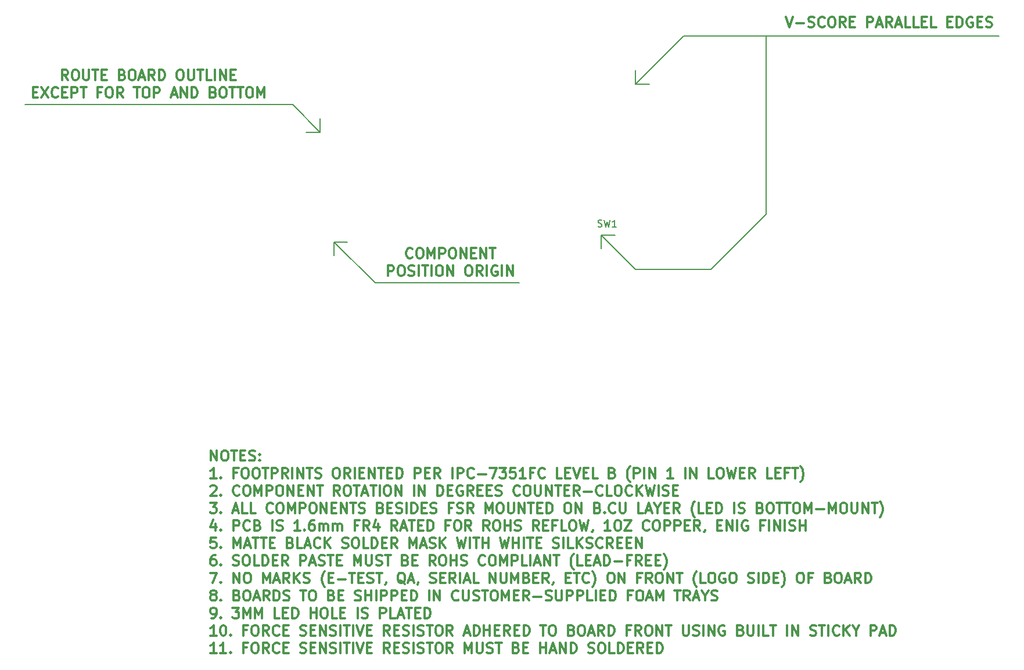
<source format=gbr>
G04 #@! TF.FileFunction,Other,Fab,Top*
%FSLAX46Y46*%
G04 Gerber Fmt 4.6, Leading zero omitted, Abs format (unit mm)*
G04 Created by KiCad (PCBNEW 4.0.7-e2-6376~58~ubuntu14.04.1) date Wed May 23 14:22:57 2018*
%MOMM*%
%LPD*%
G01*
G04 APERTURE LIST*
%ADD10C,0.100000*%
%ADD11C,0.200000*%
%ADD12C,0.300000*%
%ADD13C,0.150000*%
G04 APERTURE END LIST*
D10*
D11*
X131000000Y-92000000D02*
X133000000Y-92000000D01*
X131000000Y-92000000D02*
X131000000Y-94000000D01*
X136000000Y-97000000D02*
X131000000Y-92000000D01*
X143000000Y-97000000D02*
X136000000Y-97000000D01*
X147000000Y-97000000D02*
X143000000Y-97000000D01*
X155000000Y-89000000D02*
X147000000Y-97000000D01*
X155000000Y-63000000D02*
X155000000Y-89000000D01*
X143000000Y-63000000D02*
X189000000Y-63000000D01*
X136000000Y-70000000D02*
X143000000Y-63000000D01*
X136000000Y-70000000D02*
X138000000Y-70000000D01*
X136000000Y-70000000D02*
X136000000Y-68000000D01*
D12*
X157892857Y-60178571D02*
X158392857Y-61678571D01*
X158892857Y-60178571D01*
X159392857Y-61107143D02*
X160535714Y-61107143D01*
X161178571Y-61607143D02*
X161392857Y-61678571D01*
X161750000Y-61678571D01*
X161892857Y-61607143D01*
X161964286Y-61535714D01*
X162035714Y-61392857D01*
X162035714Y-61250000D01*
X161964286Y-61107143D01*
X161892857Y-61035714D01*
X161750000Y-60964286D01*
X161464286Y-60892857D01*
X161321428Y-60821429D01*
X161250000Y-60750000D01*
X161178571Y-60607143D01*
X161178571Y-60464286D01*
X161250000Y-60321429D01*
X161321428Y-60250000D01*
X161464286Y-60178571D01*
X161821428Y-60178571D01*
X162035714Y-60250000D01*
X163535714Y-61535714D02*
X163464285Y-61607143D01*
X163249999Y-61678571D01*
X163107142Y-61678571D01*
X162892857Y-61607143D01*
X162749999Y-61464286D01*
X162678571Y-61321429D01*
X162607142Y-61035714D01*
X162607142Y-60821429D01*
X162678571Y-60535714D01*
X162749999Y-60392857D01*
X162892857Y-60250000D01*
X163107142Y-60178571D01*
X163249999Y-60178571D01*
X163464285Y-60250000D01*
X163535714Y-60321429D01*
X164464285Y-60178571D02*
X164749999Y-60178571D01*
X164892857Y-60250000D01*
X165035714Y-60392857D01*
X165107142Y-60678571D01*
X165107142Y-61178571D01*
X165035714Y-61464286D01*
X164892857Y-61607143D01*
X164749999Y-61678571D01*
X164464285Y-61678571D01*
X164321428Y-61607143D01*
X164178571Y-61464286D01*
X164107142Y-61178571D01*
X164107142Y-60678571D01*
X164178571Y-60392857D01*
X164321428Y-60250000D01*
X164464285Y-60178571D01*
X166607143Y-61678571D02*
X166107143Y-60964286D01*
X165750000Y-61678571D02*
X165750000Y-60178571D01*
X166321428Y-60178571D01*
X166464286Y-60250000D01*
X166535714Y-60321429D01*
X166607143Y-60464286D01*
X166607143Y-60678571D01*
X166535714Y-60821429D01*
X166464286Y-60892857D01*
X166321428Y-60964286D01*
X165750000Y-60964286D01*
X167250000Y-60892857D02*
X167750000Y-60892857D01*
X167964286Y-61678571D02*
X167250000Y-61678571D01*
X167250000Y-60178571D01*
X167964286Y-60178571D01*
X169750000Y-61678571D02*
X169750000Y-60178571D01*
X170321428Y-60178571D01*
X170464286Y-60250000D01*
X170535714Y-60321429D01*
X170607143Y-60464286D01*
X170607143Y-60678571D01*
X170535714Y-60821429D01*
X170464286Y-60892857D01*
X170321428Y-60964286D01*
X169750000Y-60964286D01*
X171178571Y-61250000D02*
X171892857Y-61250000D01*
X171035714Y-61678571D02*
X171535714Y-60178571D01*
X172035714Y-61678571D01*
X173392857Y-61678571D02*
X172892857Y-60964286D01*
X172535714Y-61678571D02*
X172535714Y-60178571D01*
X173107142Y-60178571D01*
X173250000Y-60250000D01*
X173321428Y-60321429D01*
X173392857Y-60464286D01*
X173392857Y-60678571D01*
X173321428Y-60821429D01*
X173250000Y-60892857D01*
X173107142Y-60964286D01*
X172535714Y-60964286D01*
X173964285Y-61250000D02*
X174678571Y-61250000D01*
X173821428Y-61678571D02*
X174321428Y-60178571D01*
X174821428Y-61678571D01*
X176035714Y-61678571D02*
X175321428Y-61678571D01*
X175321428Y-60178571D01*
X177250000Y-61678571D02*
X176535714Y-61678571D01*
X176535714Y-60178571D01*
X177750000Y-60892857D02*
X178250000Y-60892857D01*
X178464286Y-61678571D02*
X177750000Y-61678571D01*
X177750000Y-60178571D01*
X178464286Y-60178571D01*
X179821429Y-61678571D02*
X179107143Y-61678571D01*
X179107143Y-60178571D01*
X181464286Y-60892857D02*
X181964286Y-60892857D01*
X182178572Y-61678571D02*
X181464286Y-61678571D01*
X181464286Y-60178571D01*
X182178572Y-60178571D01*
X182821429Y-61678571D02*
X182821429Y-60178571D01*
X183178572Y-60178571D01*
X183392857Y-60250000D01*
X183535715Y-60392857D01*
X183607143Y-60535714D01*
X183678572Y-60821429D01*
X183678572Y-61035714D01*
X183607143Y-61321429D01*
X183535715Y-61464286D01*
X183392857Y-61607143D01*
X183178572Y-61678571D01*
X182821429Y-61678571D01*
X185107143Y-60250000D02*
X184964286Y-60178571D01*
X184750000Y-60178571D01*
X184535715Y-60250000D01*
X184392857Y-60392857D01*
X184321429Y-60535714D01*
X184250000Y-60821429D01*
X184250000Y-61035714D01*
X184321429Y-61321429D01*
X184392857Y-61464286D01*
X184535715Y-61607143D01*
X184750000Y-61678571D01*
X184892857Y-61678571D01*
X185107143Y-61607143D01*
X185178572Y-61535714D01*
X185178572Y-61035714D01*
X184892857Y-61035714D01*
X185821429Y-60892857D02*
X186321429Y-60892857D01*
X186535715Y-61678571D02*
X185821429Y-61678571D01*
X185821429Y-60178571D01*
X186535715Y-60178571D01*
X187107143Y-61607143D02*
X187321429Y-61678571D01*
X187678572Y-61678571D01*
X187821429Y-61607143D01*
X187892858Y-61535714D01*
X187964286Y-61392857D01*
X187964286Y-61250000D01*
X187892858Y-61107143D01*
X187821429Y-61035714D01*
X187678572Y-60964286D01*
X187392858Y-60892857D01*
X187250000Y-60821429D01*
X187178572Y-60750000D01*
X187107143Y-60607143D01*
X187107143Y-60464286D01*
X187178572Y-60321429D01*
X187250000Y-60250000D01*
X187392858Y-60178571D01*
X187750000Y-60178571D01*
X187964286Y-60250000D01*
D11*
X90000000Y-77000000D02*
X90000000Y-75000000D01*
X90000000Y-77000000D02*
X88000000Y-77000000D01*
X86000000Y-73000000D02*
X90000000Y-77000000D01*
X83000000Y-73000000D02*
X86000000Y-73000000D01*
X47000000Y-73000000D02*
X83000000Y-73000000D01*
D12*
X53249999Y-69403571D02*
X52749999Y-68689286D01*
X52392856Y-69403571D02*
X52392856Y-67903571D01*
X52964284Y-67903571D01*
X53107142Y-67975000D01*
X53178570Y-68046429D01*
X53249999Y-68189286D01*
X53249999Y-68403571D01*
X53178570Y-68546429D01*
X53107142Y-68617857D01*
X52964284Y-68689286D01*
X52392856Y-68689286D01*
X54178570Y-67903571D02*
X54464284Y-67903571D01*
X54607142Y-67975000D01*
X54749999Y-68117857D01*
X54821427Y-68403571D01*
X54821427Y-68903571D01*
X54749999Y-69189286D01*
X54607142Y-69332143D01*
X54464284Y-69403571D01*
X54178570Y-69403571D01*
X54035713Y-69332143D01*
X53892856Y-69189286D01*
X53821427Y-68903571D01*
X53821427Y-68403571D01*
X53892856Y-68117857D01*
X54035713Y-67975000D01*
X54178570Y-67903571D01*
X55464285Y-67903571D02*
X55464285Y-69117857D01*
X55535713Y-69260714D01*
X55607142Y-69332143D01*
X55749999Y-69403571D01*
X56035713Y-69403571D01*
X56178571Y-69332143D01*
X56249999Y-69260714D01*
X56321428Y-69117857D01*
X56321428Y-67903571D01*
X56821428Y-67903571D02*
X57678571Y-67903571D01*
X57250000Y-69403571D02*
X57250000Y-67903571D01*
X58178571Y-68617857D02*
X58678571Y-68617857D01*
X58892857Y-69403571D02*
X58178571Y-69403571D01*
X58178571Y-67903571D01*
X58892857Y-67903571D01*
X61178571Y-68617857D02*
X61392857Y-68689286D01*
X61464285Y-68760714D01*
X61535714Y-68903571D01*
X61535714Y-69117857D01*
X61464285Y-69260714D01*
X61392857Y-69332143D01*
X61249999Y-69403571D01*
X60678571Y-69403571D01*
X60678571Y-67903571D01*
X61178571Y-67903571D01*
X61321428Y-67975000D01*
X61392857Y-68046429D01*
X61464285Y-68189286D01*
X61464285Y-68332143D01*
X61392857Y-68475000D01*
X61321428Y-68546429D01*
X61178571Y-68617857D01*
X60678571Y-68617857D01*
X62464285Y-67903571D02*
X62749999Y-67903571D01*
X62892857Y-67975000D01*
X63035714Y-68117857D01*
X63107142Y-68403571D01*
X63107142Y-68903571D01*
X63035714Y-69189286D01*
X62892857Y-69332143D01*
X62749999Y-69403571D01*
X62464285Y-69403571D01*
X62321428Y-69332143D01*
X62178571Y-69189286D01*
X62107142Y-68903571D01*
X62107142Y-68403571D01*
X62178571Y-68117857D01*
X62321428Y-67975000D01*
X62464285Y-67903571D01*
X63678571Y-68975000D02*
X64392857Y-68975000D01*
X63535714Y-69403571D02*
X64035714Y-67903571D01*
X64535714Y-69403571D01*
X65892857Y-69403571D02*
X65392857Y-68689286D01*
X65035714Y-69403571D02*
X65035714Y-67903571D01*
X65607142Y-67903571D01*
X65750000Y-67975000D01*
X65821428Y-68046429D01*
X65892857Y-68189286D01*
X65892857Y-68403571D01*
X65821428Y-68546429D01*
X65750000Y-68617857D01*
X65607142Y-68689286D01*
X65035714Y-68689286D01*
X66535714Y-69403571D02*
X66535714Y-67903571D01*
X66892857Y-67903571D01*
X67107142Y-67975000D01*
X67250000Y-68117857D01*
X67321428Y-68260714D01*
X67392857Y-68546429D01*
X67392857Y-68760714D01*
X67321428Y-69046429D01*
X67250000Y-69189286D01*
X67107142Y-69332143D01*
X66892857Y-69403571D01*
X66535714Y-69403571D01*
X69464285Y-67903571D02*
X69749999Y-67903571D01*
X69892857Y-67975000D01*
X70035714Y-68117857D01*
X70107142Y-68403571D01*
X70107142Y-68903571D01*
X70035714Y-69189286D01*
X69892857Y-69332143D01*
X69749999Y-69403571D01*
X69464285Y-69403571D01*
X69321428Y-69332143D01*
X69178571Y-69189286D01*
X69107142Y-68903571D01*
X69107142Y-68403571D01*
X69178571Y-68117857D01*
X69321428Y-67975000D01*
X69464285Y-67903571D01*
X70750000Y-67903571D02*
X70750000Y-69117857D01*
X70821428Y-69260714D01*
X70892857Y-69332143D01*
X71035714Y-69403571D01*
X71321428Y-69403571D01*
X71464286Y-69332143D01*
X71535714Y-69260714D01*
X71607143Y-69117857D01*
X71607143Y-67903571D01*
X72107143Y-67903571D02*
X72964286Y-67903571D01*
X72535715Y-69403571D02*
X72535715Y-67903571D01*
X74178572Y-69403571D02*
X73464286Y-69403571D01*
X73464286Y-67903571D01*
X74678572Y-69403571D02*
X74678572Y-67903571D01*
X75392858Y-69403571D02*
X75392858Y-67903571D01*
X76250001Y-69403571D01*
X76250001Y-67903571D01*
X76964287Y-68617857D02*
X77464287Y-68617857D01*
X77678573Y-69403571D02*
X76964287Y-69403571D01*
X76964287Y-67903571D01*
X77678573Y-67903571D01*
X48142857Y-71167857D02*
X48642857Y-71167857D01*
X48857143Y-71953571D02*
X48142857Y-71953571D01*
X48142857Y-70453571D01*
X48857143Y-70453571D01*
X49357143Y-70453571D02*
X50357143Y-71953571D01*
X50357143Y-70453571D02*
X49357143Y-71953571D01*
X51785714Y-71810714D02*
X51714285Y-71882143D01*
X51499999Y-71953571D01*
X51357142Y-71953571D01*
X51142857Y-71882143D01*
X50999999Y-71739286D01*
X50928571Y-71596429D01*
X50857142Y-71310714D01*
X50857142Y-71096429D01*
X50928571Y-70810714D01*
X50999999Y-70667857D01*
X51142857Y-70525000D01*
X51357142Y-70453571D01*
X51499999Y-70453571D01*
X51714285Y-70525000D01*
X51785714Y-70596429D01*
X52428571Y-71167857D02*
X52928571Y-71167857D01*
X53142857Y-71953571D02*
X52428571Y-71953571D01*
X52428571Y-70453571D01*
X53142857Y-70453571D01*
X53785714Y-71953571D02*
X53785714Y-70453571D01*
X54357142Y-70453571D01*
X54500000Y-70525000D01*
X54571428Y-70596429D01*
X54642857Y-70739286D01*
X54642857Y-70953571D01*
X54571428Y-71096429D01*
X54500000Y-71167857D01*
X54357142Y-71239286D01*
X53785714Y-71239286D01*
X55071428Y-70453571D02*
X55928571Y-70453571D01*
X55500000Y-71953571D02*
X55500000Y-70453571D01*
X58071428Y-71167857D02*
X57571428Y-71167857D01*
X57571428Y-71953571D02*
X57571428Y-70453571D01*
X58285714Y-70453571D01*
X59142856Y-70453571D02*
X59428570Y-70453571D01*
X59571428Y-70525000D01*
X59714285Y-70667857D01*
X59785713Y-70953571D01*
X59785713Y-71453571D01*
X59714285Y-71739286D01*
X59571428Y-71882143D01*
X59428570Y-71953571D01*
X59142856Y-71953571D01*
X58999999Y-71882143D01*
X58857142Y-71739286D01*
X58785713Y-71453571D01*
X58785713Y-70953571D01*
X58857142Y-70667857D01*
X58999999Y-70525000D01*
X59142856Y-70453571D01*
X61285714Y-71953571D02*
X60785714Y-71239286D01*
X60428571Y-71953571D02*
X60428571Y-70453571D01*
X60999999Y-70453571D01*
X61142857Y-70525000D01*
X61214285Y-70596429D01*
X61285714Y-70739286D01*
X61285714Y-70953571D01*
X61214285Y-71096429D01*
X61142857Y-71167857D01*
X60999999Y-71239286D01*
X60428571Y-71239286D01*
X62857142Y-70453571D02*
X63714285Y-70453571D01*
X63285714Y-71953571D02*
X63285714Y-70453571D01*
X64499999Y-70453571D02*
X64785713Y-70453571D01*
X64928571Y-70525000D01*
X65071428Y-70667857D01*
X65142856Y-70953571D01*
X65142856Y-71453571D01*
X65071428Y-71739286D01*
X64928571Y-71882143D01*
X64785713Y-71953571D01*
X64499999Y-71953571D01*
X64357142Y-71882143D01*
X64214285Y-71739286D01*
X64142856Y-71453571D01*
X64142856Y-70953571D01*
X64214285Y-70667857D01*
X64357142Y-70525000D01*
X64499999Y-70453571D01*
X65785714Y-71953571D02*
X65785714Y-70453571D01*
X66357142Y-70453571D01*
X66500000Y-70525000D01*
X66571428Y-70596429D01*
X66642857Y-70739286D01*
X66642857Y-70953571D01*
X66571428Y-71096429D01*
X66500000Y-71167857D01*
X66357142Y-71239286D01*
X65785714Y-71239286D01*
X68357142Y-71525000D02*
X69071428Y-71525000D01*
X68214285Y-71953571D02*
X68714285Y-70453571D01*
X69214285Y-71953571D01*
X69714285Y-71953571D02*
X69714285Y-70453571D01*
X70571428Y-71953571D01*
X70571428Y-70453571D01*
X71285714Y-71953571D02*
X71285714Y-70453571D01*
X71642857Y-70453571D01*
X71857142Y-70525000D01*
X72000000Y-70667857D01*
X72071428Y-70810714D01*
X72142857Y-71096429D01*
X72142857Y-71310714D01*
X72071428Y-71596429D01*
X72000000Y-71739286D01*
X71857142Y-71882143D01*
X71642857Y-71953571D01*
X71285714Y-71953571D01*
X74428571Y-71167857D02*
X74642857Y-71239286D01*
X74714285Y-71310714D01*
X74785714Y-71453571D01*
X74785714Y-71667857D01*
X74714285Y-71810714D01*
X74642857Y-71882143D01*
X74499999Y-71953571D01*
X73928571Y-71953571D01*
X73928571Y-70453571D01*
X74428571Y-70453571D01*
X74571428Y-70525000D01*
X74642857Y-70596429D01*
X74714285Y-70739286D01*
X74714285Y-70882143D01*
X74642857Y-71025000D01*
X74571428Y-71096429D01*
X74428571Y-71167857D01*
X73928571Y-71167857D01*
X75714285Y-70453571D02*
X75999999Y-70453571D01*
X76142857Y-70525000D01*
X76285714Y-70667857D01*
X76357142Y-70953571D01*
X76357142Y-71453571D01*
X76285714Y-71739286D01*
X76142857Y-71882143D01*
X75999999Y-71953571D01*
X75714285Y-71953571D01*
X75571428Y-71882143D01*
X75428571Y-71739286D01*
X75357142Y-71453571D01*
X75357142Y-70953571D01*
X75428571Y-70667857D01*
X75571428Y-70525000D01*
X75714285Y-70453571D01*
X76785714Y-70453571D02*
X77642857Y-70453571D01*
X77214286Y-71953571D02*
X77214286Y-70453571D01*
X77928571Y-70453571D02*
X78785714Y-70453571D01*
X78357143Y-71953571D02*
X78357143Y-70453571D01*
X79571428Y-70453571D02*
X79857142Y-70453571D01*
X80000000Y-70525000D01*
X80142857Y-70667857D01*
X80214285Y-70953571D01*
X80214285Y-71453571D01*
X80142857Y-71739286D01*
X80000000Y-71882143D01*
X79857142Y-71953571D01*
X79571428Y-71953571D01*
X79428571Y-71882143D01*
X79285714Y-71739286D01*
X79214285Y-71453571D01*
X79214285Y-70953571D01*
X79285714Y-70667857D01*
X79428571Y-70525000D01*
X79571428Y-70453571D01*
X80857143Y-71953571D02*
X80857143Y-70453571D01*
X81357143Y-71525000D01*
X81857143Y-70453571D01*
X81857143Y-71953571D01*
D11*
X98000000Y-99000000D02*
X119000000Y-99000000D01*
X92000000Y-93000000D02*
X98000000Y-99000000D01*
X92000000Y-93000000D02*
X94000000Y-93000000D01*
X92000000Y-93000000D02*
X92000000Y-95000000D01*
D12*
X103464285Y-95260714D02*
X103392856Y-95332143D01*
X103178570Y-95403571D01*
X103035713Y-95403571D01*
X102821428Y-95332143D01*
X102678570Y-95189286D01*
X102607142Y-95046429D01*
X102535713Y-94760714D01*
X102535713Y-94546429D01*
X102607142Y-94260714D01*
X102678570Y-94117857D01*
X102821428Y-93975000D01*
X103035713Y-93903571D01*
X103178570Y-93903571D01*
X103392856Y-93975000D01*
X103464285Y-94046429D01*
X104392856Y-93903571D02*
X104678570Y-93903571D01*
X104821428Y-93975000D01*
X104964285Y-94117857D01*
X105035713Y-94403571D01*
X105035713Y-94903571D01*
X104964285Y-95189286D01*
X104821428Y-95332143D01*
X104678570Y-95403571D01*
X104392856Y-95403571D01*
X104249999Y-95332143D01*
X104107142Y-95189286D01*
X104035713Y-94903571D01*
X104035713Y-94403571D01*
X104107142Y-94117857D01*
X104249999Y-93975000D01*
X104392856Y-93903571D01*
X105678571Y-95403571D02*
X105678571Y-93903571D01*
X106178571Y-94975000D01*
X106678571Y-93903571D01*
X106678571Y-95403571D01*
X107392857Y-95403571D02*
X107392857Y-93903571D01*
X107964285Y-93903571D01*
X108107143Y-93975000D01*
X108178571Y-94046429D01*
X108250000Y-94189286D01*
X108250000Y-94403571D01*
X108178571Y-94546429D01*
X108107143Y-94617857D01*
X107964285Y-94689286D01*
X107392857Y-94689286D01*
X109178571Y-93903571D02*
X109464285Y-93903571D01*
X109607143Y-93975000D01*
X109750000Y-94117857D01*
X109821428Y-94403571D01*
X109821428Y-94903571D01*
X109750000Y-95189286D01*
X109607143Y-95332143D01*
X109464285Y-95403571D01*
X109178571Y-95403571D01*
X109035714Y-95332143D01*
X108892857Y-95189286D01*
X108821428Y-94903571D01*
X108821428Y-94403571D01*
X108892857Y-94117857D01*
X109035714Y-93975000D01*
X109178571Y-93903571D01*
X110464286Y-95403571D02*
X110464286Y-93903571D01*
X111321429Y-95403571D01*
X111321429Y-93903571D01*
X112035715Y-94617857D02*
X112535715Y-94617857D01*
X112750001Y-95403571D02*
X112035715Y-95403571D01*
X112035715Y-93903571D01*
X112750001Y-93903571D01*
X113392858Y-95403571D02*
X113392858Y-93903571D01*
X114250001Y-95403571D01*
X114250001Y-93903571D01*
X114750001Y-93903571D02*
X115607144Y-93903571D01*
X115178573Y-95403571D02*
X115178573Y-93903571D01*
X99892856Y-97953571D02*
X99892856Y-96453571D01*
X100464284Y-96453571D01*
X100607142Y-96525000D01*
X100678570Y-96596429D01*
X100749999Y-96739286D01*
X100749999Y-96953571D01*
X100678570Y-97096429D01*
X100607142Y-97167857D01*
X100464284Y-97239286D01*
X99892856Y-97239286D01*
X101678570Y-96453571D02*
X101964284Y-96453571D01*
X102107142Y-96525000D01*
X102249999Y-96667857D01*
X102321427Y-96953571D01*
X102321427Y-97453571D01*
X102249999Y-97739286D01*
X102107142Y-97882143D01*
X101964284Y-97953571D01*
X101678570Y-97953571D01*
X101535713Y-97882143D01*
X101392856Y-97739286D01*
X101321427Y-97453571D01*
X101321427Y-96953571D01*
X101392856Y-96667857D01*
X101535713Y-96525000D01*
X101678570Y-96453571D01*
X102892856Y-97882143D02*
X103107142Y-97953571D01*
X103464285Y-97953571D01*
X103607142Y-97882143D01*
X103678571Y-97810714D01*
X103749999Y-97667857D01*
X103749999Y-97525000D01*
X103678571Y-97382143D01*
X103607142Y-97310714D01*
X103464285Y-97239286D01*
X103178571Y-97167857D01*
X103035713Y-97096429D01*
X102964285Y-97025000D01*
X102892856Y-96882143D01*
X102892856Y-96739286D01*
X102964285Y-96596429D01*
X103035713Y-96525000D01*
X103178571Y-96453571D01*
X103535713Y-96453571D01*
X103749999Y-96525000D01*
X104392856Y-97953571D02*
X104392856Y-96453571D01*
X104892856Y-96453571D02*
X105749999Y-96453571D01*
X105321428Y-97953571D02*
X105321428Y-96453571D01*
X106249999Y-97953571D02*
X106249999Y-96453571D01*
X107249999Y-96453571D02*
X107535713Y-96453571D01*
X107678571Y-96525000D01*
X107821428Y-96667857D01*
X107892856Y-96953571D01*
X107892856Y-97453571D01*
X107821428Y-97739286D01*
X107678571Y-97882143D01*
X107535713Y-97953571D01*
X107249999Y-97953571D01*
X107107142Y-97882143D01*
X106964285Y-97739286D01*
X106892856Y-97453571D01*
X106892856Y-96953571D01*
X106964285Y-96667857D01*
X107107142Y-96525000D01*
X107249999Y-96453571D01*
X108535714Y-97953571D02*
X108535714Y-96453571D01*
X109392857Y-97953571D01*
X109392857Y-96453571D01*
X111535714Y-96453571D02*
X111821428Y-96453571D01*
X111964286Y-96525000D01*
X112107143Y-96667857D01*
X112178571Y-96953571D01*
X112178571Y-97453571D01*
X112107143Y-97739286D01*
X111964286Y-97882143D01*
X111821428Y-97953571D01*
X111535714Y-97953571D01*
X111392857Y-97882143D01*
X111250000Y-97739286D01*
X111178571Y-97453571D01*
X111178571Y-96953571D01*
X111250000Y-96667857D01*
X111392857Y-96525000D01*
X111535714Y-96453571D01*
X113678572Y-97953571D02*
X113178572Y-97239286D01*
X112821429Y-97953571D02*
X112821429Y-96453571D01*
X113392857Y-96453571D01*
X113535715Y-96525000D01*
X113607143Y-96596429D01*
X113678572Y-96739286D01*
X113678572Y-96953571D01*
X113607143Y-97096429D01*
X113535715Y-97167857D01*
X113392857Y-97239286D01*
X112821429Y-97239286D01*
X114321429Y-97953571D02*
X114321429Y-96453571D01*
X115821429Y-96525000D02*
X115678572Y-96453571D01*
X115464286Y-96453571D01*
X115250001Y-96525000D01*
X115107143Y-96667857D01*
X115035715Y-96810714D01*
X114964286Y-97096429D01*
X114964286Y-97310714D01*
X115035715Y-97596429D01*
X115107143Y-97739286D01*
X115250001Y-97882143D01*
X115464286Y-97953571D01*
X115607143Y-97953571D01*
X115821429Y-97882143D01*
X115892858Y-97810714D01*
X115892858Y-97310714D01*
X115607143Y-97310714D01*
X116535715Y-97953571D02*
X116535715Y-96453571D01*
X117250001Y-97953571D02*
X117250001Y-96453571D01*
X118107144Y-97953571D01*
X118107144Y-96453571D01*
X74107143Y-124903571D02*
X74107143Y-123403571D01*
X74964286Y-124903571D01*
X74964286Y-123403571D01*
X75964286Y-123403571D02*
X76250000Y-123403571D01*
X76392858Y-123475000D01*
X76535715Y-123617857D01*
X76607143Y-123903571D01*
X76607143Y-124403571D01*
X76535715Y-124689286D01*
X76392858Y-124832143D01*
X76250000Y-124903571D01*
X75964286Y-124903571D01*
X75821429Y-124832143D01*
X75678572Y-124689286D01*
X75607143Y-124403571D01*
X75607143Y-123903571D01*
X75678572Y-123617857D01*
X75821429Y-123475000D01*
X75964286Y-123403571D01*
X77035715Y-123403571D02*
X77892858Y-123403571D01*
X77464287Y-124903571D02*
X77464287Y-123403571D01*
X78392858Y-124117857D02*
X78892858Y-124117857D01*
X79107144Y-124903571D02*
X78392858Y-124903571D01*
X78392858Y-123403571D01*
X79107144Y-123403571D01*
X79678572Y-124832143D02*
X79892858Y-124903571D01*
X80250001Y-124903571D01*
X80392858Y-124832143D01*
X80464287Y-124760714D01*
X80535715Y-124617857D01*
X80535715Y-124475000D01*
X80464287Y-124332143D01*
X80392858Y-124260714D01*
X80250001Y-124189286D01*
X79964287Y-124117857D01*
X79821429Y-124046429D01*
X79750001Y-123975000D01*
X79678572Y-123832143D01*
X79678572Y-123689286D01*
X79750001Y-123546429D01*
X79821429Y-123475000D01*
X79964287Y-123403571D01*
X80321429Y-123403571D01*
X80535715Y-123475000D01*
X81178572Y-124760714D02*
X81250000Y-124832143D01*
X81178572Y-124903571D01*
X81107143Y-124832143D01*
X81178572Y-124760714D01*
X81178572Y-124903571D01*
X81178572Y-123975000D02*
X81250000Y-124046429D01*
X81178572Y-124117857D01*
X81107143Y-124046429D01*
X81178572Y-123975000D01*
X81178572Y-124117857D01*
X74892857Y-127453571D02*
X74035714Y-127453571D01*
X74464286Y-127453571D02*
X74464286Y-125953571D01*
X74321429Y-126167857D01*
X74178571Y-126310714D01*
X74035714Y-126382143D01*
X75535714Y-127310714D02*
X75607142Y-127382143D01*
X75535714Y-127453571D01*
X75464285Y-127382143D01*
X75535714Y-127310714D01*
X75535714Y-127453571D01*
X77892857Y-126667857D02*
X77392857Y-126667857D01*
X77392857Y-127453571D02*
X77392857Y-125953571D01*
X78107143Y-125953571D01*
X78964285Y-125953571D02*
X79249999Y-125953571D01*
X79392857Y-126025000D01*
X79535714Y-126167857D01*
X79607142Y-126453571D01*
X79607142Y-126953571D01*
X79535714Y-127239286D01*
X79392857Y-127382143D01*
X79249999Y-127453571D01*
X78964285Y-127453571D01*
X78821428Y-127382143D01*
X78678571Y-127239286D01*
X78607142Y-126953571D01*
X78607142Y-126453571D01*
X78678571Y-126167857D01*
X78821428Y-126025000D01*
X78964285Y-125953571D01*
X80535714Y-125953571D02*
X80821428Y-125953571D01*
X80964286Y-126025000D01*
X81107143Y-126167857D01*
X81178571Y-126453571D01*
X81178571Y-126953571D01*
X81107143Y-127239286D01*
X80964286Y-127382143D01*
X80821428Y-127453571D01*
X80535714Y-127453571D01*
X80392857Y-127382143D01*
X80250000Y-127239286D01*
X80178571Y-126953571D01*
X80178571Y-126453571D01*
X80250000Y-126167857D01*
X80392857Y-126025000D01*
X80535714Y-125953571D01*
X81607143Y-125953571D02*
X82464286Y-125953571D01*
X82035715Y-127453571D02*
X82035715Y-125953571D01*
X82964286Y-127453571D02*
X82964286Y-125953571D01*
X83535714Y-125953571D01*
X83678572Y-126025000D01*
X83750000Y-126096429D01*
X83821429Y-126239286D01*
X83821429Y-126453571D01*
X83750000Y-126596429D01*
X83678572Y-126667857D01*
X83535714Y-126739286D01*
X82964286Y-126739286D01*
X85321429Y-127453571D02*
X84821429Y-126739286D01*
X84464286Y-127453571D02*
X84464286Y-125953571D01*
X85035714Y-125953571D01*
X85178572Y-126025000D01*
X85250000Y-126096429D01*
X85321429Y-126239286D01*
X85321429Y-126453571D01*
X85250000Y-126596429D01*
X85178572Y-126667857D01*
X85035714Y-126739286D01*
X84464286Y-126739286D01*
X85964286Y-127453571D02*
X85964286Y-125953571D01*
X86678572Y-127453571D02*
X86678572Y-125953571D01*
X87535715Y-127453571D01*
X87535715Y-125953571D01*
X88035715Y-125953571D02*
X88892858Y-125953571D01*
X88464287Y-127453571D02*
X88464287Y-125953571D01*
X89321429Y-127382143D02*
X89535715Y-127453571D01*
X89892858Y-127453571D01*
X90035715Y-127382143D01*
X90107144Y-127310714D01*
X90178572Y-127167857D01*
X90178572Y-127025000D01*
X90107144Y-126882143D01*
X90035715Y-126810714D01*
X89892858Y-126739286D01*
X89607144Y-126667857D01*
X89464286Y-126596429D01*
X89392858Y-126525000D01*
X89321429Y-126382143D01*
X89321429Y-126239286D01*
X89392858Y-126096429D01*
X89464286Y-126025000D01*
X89607144Y-125953571D01*
X89964286Y-125953571D01*
X90178572Y-126025000D01*
X92250000Y-125953571D02*
X92535714Y-125953571D01*
X92678572Y-126025000D01*
X92821429Y-126167857D01*
X92892857Y-126453571D01*
X92892857Y-126953571D01*
X92821429Y-127239286D01*
X92678572Y-127382143D01*
X92535714Y-127453571D01*
X92250000Y-127453571D01*
X92107143Y-127382143D01*
X91964286Y-127239286D01*
X91892857Y-126953571D01*
X91892857Y-126453571D01*
X91964286Y-126167857D01*
X92107143Y-126025000D01*
X92250000Y-125953571D01*
X94392858Y-127453571D02*
X93892858Y-126739286D01*
X93535715Y-127453571D02*
X93535715Y-125953571D01*
X94107143Y-125953571D01*
X94250001Y-126025000D01*
X94321429Y-126096429D01*
X94392858Y-126239286D01*
X94392858Y-126453571D01*
X94321429Y-126596429D01*
X94250001Y-126667857D01*
X94107143Y-126739286D01*
X93535715Y-126739286D01*
X95035715Y-127453571D02*
X95035715Y-125953571D01*
X95750001Y-126667857D02*
X96250001Y-126667857D01*
X96464287Y-127453571D02*
X95750001Y-127453571D01*
X95750001Y-125953571D01*
X96464287Y-125953571D01*
X97107144Y-127453571D02*
X97107144Y-125953571D01*
X97964287Y-127453571D01*
X97964287Y-125953571D01*
X98464287Y-125953571D02*
X99321430Y-125953571D01*
X98892859Y-127453571D02*
X98892859Y-125953571D01*
X99821430Y-126667857D02*
X100321430Y-126667857D01*
X100535716Y-127453571D02*
X99821430Y-127453571D01*
X99821430Y-125953571D01*
X100535716Y-125953571D01*
X101178573Y-127453571D02*
X101178573Y-125953571D01*
X101535716Y-125953571D01*
X101750001Y-126025000D01*
X101892859Y-126167857D01*
X101964287Y-126310714D01*
X102035716Y-126596429D01*
X102035716Y-126810714D01*
X101964287Y-127096429D01*
X101892859Y-127239286D01*
X101750001Y-127382143D01*
X101535716Y-127453571D01*
X101178573Y-127453571D01*
X103821430Y-127453571D02*
X103821430Y-125953571D01*
X104392858Y-125953571D01*
X104535716Y-126025000D01*
X104607144Y-126096429D01*
X104678573Y-126239286D01*
X104678573Y-126453571D01*
X104607144Y-126596429D01*
X104535716Y-126667857D01*
X104392858Y-126739286D01*
X103821430Y-126739286D01*
X105321430Y-126667857D02*
X105821430Y-126667857D01*
X106035716Y-127453571D02*
X105321430Y-127453571D01*
X105321430Y-125953571D01*
X106035716Y-125953571D01*
X107535716Y-127453571D02*
X107035716Y-126739286D01*
X106678573Y-127453571D02*
X106678573Y-125953571D01*
X107250001Y-125953571D01*
X107392859Y-126025000D01*
X107464287Y-126096429D01*
X107535716Y-126239286D01*
X107535716Y-126453571D01*
X107464287Y-126596429D01*
X107392859Y-126667857D01*
X107250001Y-126739286D01*
X106678573Y-126739286D01*
X109321430Y-127453571D02*
X109321430Y-125953571D01*
X110035716Y-127453571D02*
X110035716Y-125953571D01*
X110607144Y-125953571D01*
X110750002Y-126025000D01*
X110821430Y-126096429D01*
X110892859Y-126239286D01*
X110892859Y-126453571D01*
X110821430Y-126596429D01*
X110750002Y-126667857D01*
X110607144Y-126739286D01*
X110035716Y-126739286D01*
X112392859Y-127310714D02*
X112321430Y-127382143D01*
X112107144Y-127453571D01*
X111964287Y-127453571D01*
X111750002Y-127382143D01*
X111607144Y-127239286D01*
X111535716Y-127096429D01*
X111464287Y-126810714D01*
X111464287Y-126596429D01*
X111535716Y-126310714D01*
X111607144Y-126167857D01*
X111750002Y-126025000D01*
X111964287Y-125953571D01*
X112107144Y-125953571D01*
X112321430Y-126025000D01*
X112392859Y-126096429D01*
X113035716Y-126882143D02*
X114178573Y-126882143D01*
X114750002Y-125953571D02*
X115750002Y-125953571D01*
X115107145Y-127453571D01*
X116178573Y-125953571D02*
X117107144Y-125953571D01*
X116607144Y-126525000D01*
X116821430Y-126525000D01*
X116964287Y-126596429D01*
X117035716Y-126667857D01*
X117107144Y-126810714D01*
X117107144Y-127167857D01*
X117035716Y-127310714D01*
X116964287Y-127382143D01*
X116821430Y-127453571D01*
X116392858Y-127453571D01*
X116250001Y-127382143D01*
X116178573Y-127310714D01*
X118464287Y-125953571D02*
X117750001Y-125953571D01*
X117678572Y-126667857D01*
X117750001Y-126596429D01*
X117892858Y-126525000D01*
X118250001Y-126525000D01*
X118392858Y-126596429D01*
X118464287Y-126667857D01*
X118535715Y-126810714D01*
X118535715Y-127167857D01*
X118464287Y-127310714D01*
X118392858Y-127382143D01*
X118250001Y-127453571D01*
X117892858Y-127453571D01*
X117750001Y-127382143D01*
X117678572Y-127310714D01*
X119964286Y-127453571D02*
X119107143Y-127453571D01*
X119535715Y-127453571D02*
X119535715Y-125953571D01*
X119392858Y-126167857D01*
X119250000Y-126310714D01*
X119107143Y-126382143D01*
X121107143Y-126667857D02*
X120607143Y-126667857D01*
X120607143Y-127453571D02*
X120607143Y-125953571D01*
X121321429Y-125953571D01*
X122750000Y-127310714D02*
X122678571Y-127382143D01*
X122464285Y-127453571D01*
X122321428Y-127453571D01*
X122107143Y-127382143D01*
X121964285Y-127239286D01*
X121892857Y-127096429D01*
X121821428Y-126810714D01*
X121821428Y-126596429D01*
X121892857Y-126310714D01*
X121964285Y-126167857D01*
X122107143Y-126025000D01*
X122321428Y-125953571D01*
X122464285Y-125953571D01*
X122678571Y-126025000D01*
X122750000Y-126096429D01*
X125250000Y-127453571D02*
X124535714Y-127453571D01*
X124535714Y-125953571D01*
X125750000Y-126667857D02*
X126250000Y-126667857D01*
X126464286Y-127453571D02*
X125750000Y-127453571D01*
X125750000Y-125953571D01*
X126464286Y-125953571D01*
X126892857Y-125953571D02*
X127392857Y-127453571D01*
X127892857Y-125953571D01*
X128392857Y-126667857D02*
X128892857Y-126667857D01*
X129107143Y-127453571D02*
X128392857Y-127453571D01*
X128392857Y-125953571D01*
X129107143Y-125953571D01*
X130464286Y-127453571D02*
X129750000Y-127453571D01*
X129750000Y-125953571D01*
X132607143Y-126667857D02*
X132821429Y-126739286D01*
X132892857Y-126810714D01*
X132964286Y-126953571D01*
X132964286Y-127167857D01*
X132892857Y-127310714D01*
X132821429Y-127382143D01*
X132678571Y-127453571D01*
X132107143Y-127453571D01*
X132107143Y-125953571D01*
X132607143Y-125953571D01*
X132750000Y-126025000D01*
X132821429Y-126096429D01*
X132892857Y-126239286D01*
X132892857Y-126382143D01*
X132821429Y-126525000D01*
X132750000Y-126596429D01*
X132607143Y-126667857D01*
X132107143Y-126667857D01*
X135178571Y-128025000D02*
X135107143Y-127953571D01*
X134964286Y-127739286D01*
X134892857Y-127596429D01*
X134821428Y-127382143D01*
X134750000Y-127025000D01*
X134750000Y-126739286D01*
X134821428Y-126382143D01*
X134892857Y-126167857D01*
X134964286Y-126025000D01*
X135107143Y-125810714D01*
X135178571Y-125739286D01*
X135750000Y-127453571D02*
X135750000Y-125953571D01*
X136321428Y-125953571D01*
X136464286Y-126025000D01*
X136535714Y-126096429D01*
X136607143Y-126239286D01*
X136607143Y-126453571D01*
X136535714Y-126596429D01*
X136464286Y-126667857D01*
X136321428Y-126739286D01*
X135750000Y-126739286D01*
X137250000Y-127453571D02*
X137250000Y-125953571D01*
X137964286Y-127453571D02*
X137964286Y-125953571D01*
X138821429Y-127453571D01*
X138821429Y-125953571D01*
X141464286Y-127453571D02*
X140607143Y-127453571D01*
X141035715Y-127453571D02*
X141035715Y-125953571D01*
X140892858Y-126167857D01*
X140750000Y-126310714D01*
X140607143Y-126382143D01*
X143250000Y-127453571D02*
X143250000Y-125953571D01*
X143964286Y-127453571D02*
X143964286Y-125953571D01*
X144821429Y-127453571D01*
X144821429Y-125953571D01*
X147392858Y-127453571D02*
X146678572Y-127453571D01*
X146678572Y-125953571D01*
X148178572Y-125953571D02*
X148464286Y-125953571D01*
X148607144Y-126025000D01*
X148750001Y-126167857D01*
X148821429Y-126453571D01*
X148821429Y-126953571D01*
X148750001Y-127239286D01*
X148607144Y-127382143D01*
X148464286Y-127453571D01*
X148178572Y-127453571D01*
X148035715Y-127382143D01*
X147892858Y-127239286D01*
X147821429Y-126953571D01*
X147821429Y-126453571D01*
X147892858Y-126167857D01*
X148035715Y-126025000D01*
X148178572Y-125953571D01*
X149321430Y-125953571D02*
X149678573Y-127453571D01*
X149964287Y-126382143D01*
X150250001Y-127453571D01*
X150607144Y-125953571D01*
X151178573Y-126667857D02*
X151678573Y-126667857D01*
X151892859Y-127453571D02*
X151178573Y-127453571D01*
X151178573Y-125953571D01*
X151892859Y-125953571D01*
X153392859Y-127453571D02*
X152892859Y-126739286D01*
X152535716Y-127453571D02*
X152535716Y-125953571D01*
X153107144Y-125953571D01*
X153250002Y-126025000D01*
X153321430Y-126096429D01*
X153392859Y-126239286D01*
X153392859Y-126453571D01*
X153321430Y-126596429D01*
X153250002Y-126667857D01*
X153107144Y-126739286D01*
X152535716Y-126739286D01*
X155892859Y-127453571D02*
X155178573Y-127453571D01*
X155178573Y-125953571D01*
X156392859Y-126667857D02*
X156892859Y-126667857D01*
X157107145Y-127453571D02*
X156392859Y-127453571D01*
X156392859Y-125953571D01*
X157107145Y-125953571D01*
X158250002Y-126667857D02*
X157750002Y-126667857D01*
X157750002Y-127453571D02*
X157750002Y-125953571D01*
X158464288Y-125953571D01*
X158821430Y-125953571D02*
X159678573Y-125953571D01*
X159250002Y-127453571D02*
X159250002Y-125953571D01*
X160035716Y-128025000D02*
X160107144Y-127953571D01*
X160250001Y-127739286D01*
X160321430Y-127596429D01*
X160392859Y-127382143D01*
X160464287Y-127025000D01*
X160464287Y-126739286D01*
X160392859Y-126382143D01*
X160321430Y-126167857D01*
X160250001Y-126025000D01*
X160107144Y-125810714D01*
X160035716Y-125739286D01*
X74035714Y-128646429D02*
X74107143Y-128575000D01*
X74250000Y-128503571D01*
X74607143Y-128503571D01*
X74750000Y-128575000D01*
X74821429Y-128646429D01*
X74892857Y-128789286D01*
X74892857Y-128932143D01*
X74821429Y-129146429D01*
X73964286Y-130003571D01*
X74892857Y-130003571D01*
X75535714Y-129860714D02*
X75607142Y-129932143D01*
X75535714Y-130003571D01*
X75464285Y-129932143D01*
X75535714Y-129860714D01*
X75535714Y-130003571D01*
X78250000Y-129860714D02*
X78178571Y-129932143D01*
X77964285Y-130003571D01*
X77821428Y-130003571D01*
X77607143Y-129932143D01*
X77464285Y-129789286D01*
X77392857Y-129646429D01*
X77321428Y-129360714D01*
X77321428Y-129146429D01*
X77392857Y-128860714D01*
X77464285Y-128717857D01*
X77607143Y-128575000D01*
X77821428Y-128503571D01*
X77964285Y-128503571D01*
X78178571Y-128575000D01*
X78250000Y-128646429D01*
X79178571Y-128503571D02*
X79464285Y-128503571D01*
X79607143Y-128575000D01*
X79750000Y-128717857D01*
X79821428Y-129003571D01*
X79821428Y-129503571D01*
X79750000Y-129789286D01*
X79607143Y-129932143D01*
X79464285Y-130003571D01*
X79178571Y-130003571D01*
X79035714Y-129932143D01*
X78892857Y-129789286D01*
X78821428Y-129503571D01*
X78821428Y-129003571D01*
X78892857Y-128717857D01*
X79035714Y-128575000D01*
X79178571Y-128503571D01*
X80464286Y-130003571D02*
X80464286Y-128503571D01*
X80964286Y-129575000D01*
X81464286Y-128503571D01*
X81464286Y-130003571D01*
X82178572Y-130003571D02*
X82178572Y-128503571D01*
X82750000Y-128503571D01*
X82892858Y-128575000D01*
X82964286Y-128646429D01*
X83035715Y-128789286D01*
X83035715Y-129003571D01*
X82964286Y-129146429D01*
X82892858Y-129217857D01*
X82750000Y-129289286D01*
X82178572Y-129289286D01*
X83964286Y-128503571D02*
X84250000Y-128503571D01*
X84392858Y-128575000D01*
X84535715Y-128717857D01*
X84607143Y-129003571D01*
X84607143Y-129503571D01*
X84535715Y-129789286D01*
X84392858Y-129932143D01*
X84250000Y-130003571D01*
X83964286Y-130003571D01*
X83821429Y-129932143D01*
X83678572Y-129789286D01*
X83607143Y-129503571D01*
X83607143Y-129003571D01*
X83678572Y-128717857D01*
X83821429Y-128575000D01*
X83964286Y-128503571D01*
X85250001Y-130003571D02*
X85250001Y-128503571D01*
X86107144Y-130003571D01*
X86107144Y-128503571D01*
X86821430Y-129217857D02*
X87321430Y-129217857D01*
X87535716Y-130003571D02*
X86821430Y-130003571D01*
X86821430Y-128503571D01*
X87535716Y-128503571D01*
X88178573Y-130003571D02*
X88178573Y-128503571D01*
X89035716Y-130003571D01*
X89035716Y-128503571D01*
X89535716Y-128503571D02*
X90392859Y-128503571D01*
X89964288Y-130003571D02*
X89964288Y-128503571D01*
X92892859Y-130003571D02*
X92392859Y-129289286D01*
X92035716Y-130003571D02*
X92035716Y-128503571D01*
X92607144Y-128503571D01*
X92750002Y-128575000D01*
X92821430Y-128646429D01*
X92892859Y-128789286D01*
X92892859Y-129003571D01*
X92821430Y-129146429D01*
X92750002Y-129217857D01*
X92607144Y-129289286D01*
X92035716Y-129289286D01*
X93821430Y-128503571D02*
X94107144Y-128503571D01*
X94250002Y-128575000D01*
X94392859Y-128717857D01*
X94464287Y-129003571D01*
X94464287Y-129503571D01*
X94392859Y-129789286D01*
X94250002Y-129932143D01*
X94107144Y-130003571D01*
X93821430Y-130003571D01*
X93678573Y-129932143D01*
X93535716Y-129789286D01*
X93464287Y-129503571D01*
X93464287Y-129003571D01*
X93535716Y-128717857D01*
X93678573Y-128575000D01*
X93821430Y-128503571D01*
X94892859Y-128503571D02*
X95750002Y-128503571D01*
X95321431Y-130003571D02*
X95321431Y-128503571D01*
X96178573Y-129575000D02*
X96892859Y-129575000D01*
X96035716Y-130003571D02*
X96535716Y-128503571D01*
X97035716Y-130003571D01*
X97321430Y-128503571D02*
X98178573Y-128503571D01*
X97750002Y-130003571D02*
X97750002Y-128503571D01*
X98678573Y-130003571D02*
X98678573Y-128503571D01*
X99678573Y-128503571D02*
X99964287Y-128503571D01*
X100107145Y-128575000D01*
X100250002Y-128717857D01*
X100321430Y-129003571D01*
X100321430Y-129503571D01*
X100250002Y-129789286D01*
X100107145Y-129932143D01*
X99964287Y-130003571D01*
X99678573Y-130003571D01*
X99535716Y-129932143D01*
X99392859Y-129789286D01*
X99321430Y-129503571D01*
X99321430Y-129003571D01*
X99392859Y-128717857D01*
X99535716Y-128575000D01*
X99678573Y-128503571D01*
X100964288Y-130003571D02*
X100964288Y-128503571D01*
X101821431Y-130003571D01*
X101821431Y-128503571D01*
X103678574Y-130003571D02*
X103678574Y-128503571D01*
X104392860Y-130003571D02*
X104392860Y-128503571D01*
X105250003Y-130003571D01*
X105250003Y-128503571D01*
X107107146Y-130003571D02*
X107107146Y-128503571D01*
X107464289Y-128503571D01*
X107678574Y-128575000D01*
X107821432Y-128717857D01*
X107892860Y-128860714D01*
X107964289Y-129146429D01*
X107964289Y-129360714D01*
X107892860Y-129646429D01*
X107821432Y-129789286D01*
X107678574Y-129932143D01*
X107464289Y-130003571D01*
X107107146Y-130003571D01*
X108607146Y-129217857D02*
X109107146Y-129217857D01*
X109321432Y-130003571D02*
X108607146Y-130003571D01*
X108607146Y-128503571D01*
X109321432Y-128503571D01*
X110750003Y-128575000D02*
X110607146Y-128503571D01*
X110392860Y-128503571D01*
X110178575Y-128575000D01*
X110035717Y-128717857D01*
X109964289Y-128860714D01*
X109892860Y-129146429D01*
X109892860Y-129360714D01*
X109964289Y-129646429D01*
X110035717Y-129789286D01*
X110178575Y-129932143D01*
X110392860Y-130003571D01*
X110535717Y-130003571D01*
X110750003Y-129932143D01*
X110821432Y-129860714D01*
X110821432Y-129360714D01*
X110535717Y-129360714D01*
X112321432Y-130003571D02*
X111821432Y-129289286D01*
X111464289Y-130003571D02*
X111464289Y-128503571D01*
X112035717Y-128503571D01*
X112178575Y-128575000D01*
X112250003Y-128646429D01*
X112321432Y-128789286D01*
X112321432Y-129003571D01*
X112250003Y-129146429D01*
X112178575Y-129217857D01*
X112035717Y-129289286D01*
X111464289Y-129289286D01*
X112964289Y-129217857D02*
X113464289Y-129217857D01*
X113678575Y-130003571D02*
X112964289Y-130003571D01*
X112964289Y-128503571D01*
X113678575Y-128503571D01*
X114321432Y-129217857D02*
X114821432Y-129217857D01*
X115035718Y-130003571D02*
X114321432Y-130003571D01*
X114321432Y-128503571D01*
X115035718Y-128503571D01*
X115607146Y-129932143D02*
X115821432Y-130003571D01*
X116178575Y-130003571D01*
X116321432Y-129932143D01*
X116392861Y-129860714D01*
X116464289Y-129717857D01*
X116464289Y-129575000D01*
X116392861Y-129432143D01*
X116321432Y-129360714D01*
X116178575Y-129289286D01*
X115892861Y-129217857D01*
X115750003Y-129146429D01*
X115678575Y-129075000D01*
X115607146Y-128932143D01*
X115607146Y-128789286D01*
X115678575Y-128646429D01*
X115750003Y-128575000D01*
X115892861Y-128503571D01*
X116250003Y-128503571D01*
X116464289Y-128575000D01*
X119107146Y-129860714D02*
X119035717Y-129932143D01*
X118821431Y-130003571D01*
X118678574Y-130003571D01*
X118464289Y-129932143D01*
X118321431Y-129789286D01*
X118250003Y-129646429D01*
X118178574Y-129360714D01*
X118178574Y-129146429D01*
X118250003Y-128860714D01*
X118321431Y-128717857D01*
X118464289Y-128575000D01*
X118678574Y-128503571D01*
X118821431Y-128503571D01*
X119035717Y-128575000D01*
X119107146Y-128646429D01*
X120035717Y-128503571D02*
X120321431Y-128503571D01*
X120464289Y-128575000D01*
X120607146Y-128717857D01*
X120678574Y-129003571D01*
X120678574Y-129503571D01*
X120607146Y-129789286D01*
X120464289Y-129932143D01*
X120321431Y-130003571D01*
X120035717Y-130003571D01*
X119892860Y-129932143D01*
X119750003Y-129789286D01*
X119678574Y-129503571D01*
X119678574Y-129003571D01*
X119750003Y-128717857D01*
X119892860Y-128575000D01*
X120035717Y-128503571D01*
X121321432Y-128503571D02*
X121321432Y-129717857D01*
X121392860Y-129860714D01*
X121464289Y-129932143D01*
X121607146Y-130003571D01*
X121892860Y-130003571D01*
X122035718Y-129932143D01*
X122107146Y-129860714D01*
X122178575Y-129717857D01*
X122178575Y-128503571D01*
X122892861Y-130003571D02*
X122892861Y-128503571D01*
X123750004Y-130003571D01*
X123750004Y-128503571D01*
X124250004Y-128503571D02*
X125107147Y-128503571D01*
X124678576Y-130003571D02*
X124678576Y-128503571D01*
X125607147Y-129217857D02*
X126107147Y-129217857D01*
X126321433Y-130003571D02*
X125607147Y-130003571D01*
X125607147Y-128503571D01*
X126321433Y-128503571D01*
X127821433Y-130003571D02*
X127321433Y-129289286D01*
X126964290Y-130003571D02*
X126964290Y-128503571D01*
X127535718Y-128503571D01*
X127678576Y-128575000D01*
X127750004Y-128646429D01*
X127821433Y-128789286D01*
X127821433Y-129003571D01*
X127750004Y-129146429D01*
X127678576Y-129217857D01*
X127535718Y-129289286D01*
X126964290Y-129289286D01*
X128464290Y-129432143D02*
X129607147Y-129432143D01*
X131178576Y-129860714D02*
X131107147Y-129932143D01*
X130892861Y-130003571D01*
X130750004Y-130003571D01*
X130535719Y-129932143D01*
X130392861Y-129789286D01*
X130321433Y-129646429D01*
X130250004Y-129360714D01*
X130250004Y-129146429D01*
X130321433Y-128860714D01*
X130392861Y-128717857D01*
X130535719Y-128575000D01*
X130750004Y-128503571D01*
X130892861Y-128503571D01*
X131107147Y-128575000D01*
X131178576Y-128646429D01*
X132535719Y-130003571D02*
X131821433Y-130003571D01*
X131821433Y-128503571D01*
X133321433Y-128503571D02*
X133607147Y-128503571D01*
X133750005Y-128575000D01*
X133892862Y-128717857D01*
X133964290Y-129003571D01*
X133964290Y-129503571D01*
X133892862Y-129789286D01*
X133750005Y-129932143D01*
X133607147Y-130003571D01*
X133321433Y-130003571D01*
X133178576Y-129932143D01*
X133035719Y-129789286D01*
X132964290Y-129503571D01*
X132964290Y-129003571D01*
X133035719Y-128717857D01*
X133178576Y-128575000D01*
X133321433Y-128503571D01*
X135464291Y-129860714D02*
X135392862Y-129932143D01*
X135178576Y-130003571D01*
X135035719Y-130003571D01*
X134821434Y-129932143D01*
X134678576Y-129789286D01*
X134607148Y-129646429D01*
X134535719Y-129360714D01*
X134535719Y-129146429D01*
X134607148Y-128860714D01*
X134678576Y-128717857D01*
X134821434Y-128575000D01*
X135035719Y-128503571D01*
X135178576Y-128503571D01*
X135392862Y-128575000D01*
X135464291Y-128646429D01*
X136107148Y-130003571D02*
X136107148Y-128503571D01*
X136964291Y-130003571D02*
X136321434Y-129146429D01*
X136964291Y-128503571D02*
X136107148Y-129360714D01*
X137464291Y-128503571D02*
X137821434Y-130003571D01*
X138107148Y-128932143D01*
X138392862Y-130003571D01*
X138750005Y-128503571D01*
X139321434Y-130003571D02*
X139321434Y-128503571D01*
X139964291Y-129932143D02*
X140178577Y-130003571D01*
X140535720Y-130003571D01*
X140678577Y-129932143D01*
X140750006Y-129860714D01*
X140821434Y-129717857D01*
X140821434Y-129575000D01*
X140750006Y-129432143D01*
X140678577Y-129360714D01*
X140535720Y-129289286D01*
X140250006Y-129217857D01*
X140107148Y-129146429D01*
X140035720Y-129075000D01*
X139964291Y-128932143D01*
X139964291Y-128789286D01*
X140035720Y-128646429D01*
X140107148Y-128575000D01*
X140250006Y-128503571D01*
X140607148Y-128503571D01*
X140821434Y-128575000D01*
X141464291Y-129217857D02*
X141964291Y-129217857D01*
X142178577Y-130003571D02*
X141464291Y-130003571D01*
X141464291Y-128503571D01*
X142178577Y-128503571D01*
X73964286Y-131053571D02*
X74892857Y-131053571D01*
X74392857Y-131625000D01*
X74607143Y-131625000D01*
X74750000Y-131696429D01*
X74821429Y-131767857D01*
X74892857Y-131910714D01*
X74892857Y-132267857D01*
X74821429Y-132410714D01*
X74750000Y-132482143D01*
X74607143Y-132553571D01*
X74178571Y-132553571D01*
X74035714Y-132482143D01*
X73964286Y-132410714D01*
X75535714Y-132410714D02*
X75607142Y-132482143D01*
X75535714Y-132553571D01*
X75464285Y-132482143D01*
X75535714Y-132410714D01*
X75535714Y-132553571D01*
X77321428Y-132125000D02*
X78035714Y-132125000D01*
X77178571Y-132553571D02*
X77678571Y-131053571D01*
X78178571Y-132553571D01*
X79392857Y-132553571D02*
X78678571Y-132553571D01*
X78678571Y-131053571D01*
X80607143Y-132553571D02*
X79892857Y-132553571D01*
X79892857Y-131053571D01*
X83107143Y-132410714D02*
X83035714Y-132482143D01*
X82821428Y-132553571D01*
X82678571Y-132553571D01*
X82464286Y-132482143D01*
X82321428Y-132339286D01*
X82250000Y-132196429D01*
X82178571Y-131910714D01*
X82178571Y-131696429D01*
X82250000Y-131410714D01*
X82321428Y-131267857D01*
X82464286Y-131125000D01*
X82678571Y-131053571D01*
X82821428Y-131053571D01*
X83035714Y-131125000D01*
X83107143Y-131196429D01*
X84035714Y-131053571D02*
X84321428Y-131053571D01*
X84464286Y-131125000D01*
X84607143Y-131267857D01*
X84678571Y-131553571D01*
X84678571Y-132053571D01*
X84607143Y-132339286D01*
X84464286Y-132482143D01*
X84321428Y-132553571D01*
X84035714Y-132553571D01*
X83892857Y-132482143D01*
X83750000Y-132339286D01*
X83678571Y-132053571D01*
X83678571Y-131553571D01*
X83750000Y-131267857D01*
X83892857Y-131125000D01*
X84035714Y-131053571D01*
X85321429Y-132553571D02*
X85321429Y-131053571D01*
X85821429Y-132125000D01*
X86321429Y-131053571D01*
X86321429Y-132553571D01*
X87035715Y-132553571D02*
X87035715Y-131053571D01*
X87607143Y-131053571D01*
X87750001Y-131125000D01*
X87821429Y-131196429D01*
X87892858Y-131339286D01*
X87892858Y-131553571D01*
X87821429Y-131696429D01*
X87750001Y-131767857D01*
X87607143Y-131839286D01*
X87035715Y-131839286D01*
X88821429Y-131053571D02*
X89107143Y-131053571D01*
X89250001Y-131125000D01*
X89392858Y-131267857D01*
X89464286Y-131553571D01*
X89464286Y-132053571D01*
X89392858Y-132339286D01*
X89250001Y-132482143D01*
X89107143Y-132553571D01*
X88821429Y-132553571D01*
X88678572Y-132482143D01*
X88535715Y-132339286D01*
X88464286Y-132053571D01*
X88464286Y-131553571D01*
X88535715Y-131267857D01*
X88678572Y-131125000D01*
X88821429Y-131053571D01*
X90107144Y-132553571D02*
X90107144Y-131053571D01*
X90964287Y-132553571D01*
X90964287Y-131053571D01*
X91678573Y-131767857D02*
X92178573Y-131767857D01*
X92392859Y-132553571D02*
X91678573Y-132553571D01*
X91678573Y-131053571D01*
X92392859Y-131053571D01*
X93035716Y-132553571D02*
X93035716Y-131053571D01*
X93892859Y-132553571D01*
X93892859Y-131053571D01*
X94392859Y-131053571D02*
X95250002Y-131053571D01*
X94821431Y-132553571D02*
X94821431Y-131053571D01*
X95678573Y-132482143D02*
X95892859Y-132553571D01*
X96250002Y-132553571D01*
X96392859Y-132482143D01*
X96464288Y-132410714D01*
X96535716Y-132267857D01*
X96535716Y-132125000D01*
X96464288Y-131982143D01*
X96392859Y-131910714D01*
X96250002Y-131839286D01*
X95964288Y-131767857D01*
X95821430Y-131696429D01*
X95750002Y-131625000D01*
X95678573Y-131482143D01*
X95678573Y-131339286D01*
X95750002Y-131196429D01*
X95821430Y-131125000D01*
X95964288Y-131053571D01*
X96321430Y-131053571D01*
X96535716Y-131125000D01*
X98821430Y-131767857D02*
X99035716Y-131839286D01*
X99107144Y-131910714D01*
X99178573Y-132053571D01*
X99178573Y-132267857D01*
X99107144Y-132410714D01*
X99035716Y-132482143D01*
X98892858Y-132553571D01*
X98321430Y-132553571D01*
X98321430Y-131053571D01*
X98821430Y-131053571D01*
X98964287Y-131125000D01*
X99035716Y-131196429D01*
X99107144Y-131339286D01*
X99107144Y-131482143D01*
X99035716Y-131625000D01*
X98964287Y-131696429D01*
X98821430Y-131767857D01*
X98321430Y-131767857D01*
X99821430Y-131767857D02*
X100321430Y-131767857D01*
X100535716Y-132553571D02*
X99821430Y-132553571D01*
X99821430Y-131053571D01*
X100535716Y-131053571D01*
X101107144Y-132482143D02*
X101321430Y-132553571D01*
X101678573Y-132553571D01*
X101821430Y-132482143D01*
X101892859Y-132410714D01*
X101964287Y-132267857D01*
X101964287Y-132125000D01*
X101892859Y-131982143D01*
X101821430Y-131910714D01*
X101678573Y-131839286D01*
X101392859Y-131767857D01*
X101250001Y-131696429D01*
X101178573Y-131625000D01*
X101107144Y-131482143D01*
X101107144Y-131339286D01*
X101178573Y-131196429D01*
X101250001Y-131125000D01*
X101392859Y-131053571D01*
X101750001Y-131053571D01*
X101964287Y-131125000D01*
X102607144Y-132553571D02*
X102607144Y-131053571D01*
X103321430Y-132553571D02*
X103321430Y-131053571D01*
X103678573Y-131053571D01*
X103892858Y-131125000D01*
X104035716Y-131267857D01*
X104107144Y-131410714D01*
X104178573Y-131696429D01*
X104178573Y-131910714D01*
X104107144Y-132196429D01*
X104035716Y-132339286D01*
X103892858Y-132482143D01*
X103678573Y-132553571D01*
X103321430Y-132553571D01*
X104821430Y-131767857D02*
X105321430Y-131767857D01*
X105535716Y-132553571D02*
X104821430Y-132553571D01*
X104821430Y-131053571D01*
X105535716Y-131053571D01*
X106107144Y-132482143D02*
X106321430Y-132553571D01*
X106678573Y-132553571D01*
X106821430Y-132482143D01*
X106892859Y-132410714D01*
X106964287Y-132267857D01*
X106964287Y-132125000D01*
X106892859Y-131982143D01*
X106821430Y-131910714D01*
X106678573Y-131839286D01*
X106392859Y-131767857D01*
X106250001Y-131696429D01*
X106178573Y-131625000D01*
X106107144Y-131482143D01*
X106107144Y-131339286D01*
X106178573Y-131196429D01*
X106250001Y-131125000D01*
X106392859Y-131053571D01*
X106750001Y-131053571D01*
X106964287Y-131125000D01*
X109250001Y-131767857D02*
X108750001Y-131767857D01*
X108750001Y-132553571D02*
X108750001Y-131053571D01*
X109464287Y-131053571D01*
X109964286Y-132482143D02*
X110178572Y-132553571D01*
X110535715Y-132553571D01*
X110678572Y-132482143D01*
X110750001Y-132410714D01*
X110821429Y-132267857D01*
X110821429Y-132125000D01*
X110750001Y-131982143D01*
X110678572Y-131910714D01*
X110535715Y-131839286D01*
X110250001Y-131767857D01*
X110107143Y-131696429D01*
X110035715Y-131625000D01*
X109964286Y-131482143D01*
X109964286Y-131339286D01*
X110035715Y-131196429D01*
X110107143Y-131125000D01*
X110250001Y-131053571D01*
X110607143Y-131053571D01*
X110821429Y-131125000D01*
X112321429Y-132553571D02*
X111821429Y-131839286D01*
X111464286Y-132553571D02*
X111464286Y-131053571D01*
X112035714Y-131053571D01*
X112178572Y-131125000D01*
X112250000Y-131196429D01*
X112321429Y-131339286D01*
X112321429Y-131553571D01*
X112250000Y-131696429D01*
X112178572Y-131767857D01*
X112035714Y-131839286D01*
X111464286Y-131839286D01*
X114107143Y-132553571D02*
X114107143Y-131053571D01*
X114607143Y-132125000D01*
X115107143Y-131053571D01*
X115107143Y-132553571D01*
X116107143Y-131053571D02*
X116392857Y-131053571D01*
X116535715Y-131125000D01*
X116678572Y-131267857D01*
X116750000Y-131553571D01*
X116750000Y-132053571D01*
X116678572Y-132339286D01*
X116535715Y-132482143D01*
X116392857Y-132553571D01*
X116107143Y-132553571D01*
X115964286Y-132482143D01*
X115821429Y-132339286D01*
X115750000Y-132053571D01*
X115750000Y-131553571D01*
X115821429Y-131267857D01*
X115964286Y-131125000D01*
X116107143Y-131053571D01*
X117392858Y-131053571D02*
X117392858Y-132267857D01*
X117464286Y-132410714D01*
X117535715Y-132482143D01*
X117678572Y-132553571D01*
X117964286Y-132553571D01*
X118107144Y-132482143D01*
X118178572Y-132410714D01*
X118250001Y-132267857D01*
X118250001Y-131053571D01*
X118964287Y-132553571D02*
X118964287Y-131053571D01*
X119821430Y-132553571D01*
X119821430Y-131053571D01*
X120321430Y-131053571D02*
X121178573Y-131053571D01*
X120750002Y-132553571D02*
X120750002Y-131053571D01*
X121678573Y-131767857D02*
X122178573Y-131767857D01*
X122392859Y-132553571D02*
X121678573Y-132553571D01*
X121678573Y-131053571D01*
X122392859Y-131053571D01*
X123035716Y-132553571D02*
X123035716Y-131053571D01*
X123392859Y-131053571D01*
X123607144Y-131125000D01*
X123750002Y-131267857D01*
X123821430Y-131410714D01*
X123892859Y-131696429D01*
X123892859Y-131910714D01*
X123821430Y-132196429D01*
X123750002Y-132339286D01*
X123607144Y-132482143D01*
X123392859Y-132553571D01*
X123035716Y-132553571D01*
X125964287Y-131053571D02*
X126250001Y-131053571D01*
X126392859Y-131125000D01*
X126535716Y-131267857D01*
X126607144Y-131553571D01*
X126607144Y-132053571D01*
X126535716Y-132339286D01*
X126392859Y-132482143D01*
X126250001Y-132553571D01*
X125964287Y-132553571D01*
X125821430Y-132482143D01*
X125678573Y-132339286D01*
X125607144Y-132053571D01*
X125607144Y-131553571D01*
X125678573Y-131267857D01*
X125821430Y-131125000D01*
X125964287Y-131053571D01*
X127250002Y-132553571D02*
X127250002Y-131053571D01*
X128107145Y-132553571D01*
X128107145Y-131053571D01*
X130464288Y-131767857D02*
X130678574Y-131839286D01*
X130750002Y-131910714D01*
X130821431Y-132053571D01*
X130821431Y-132267857D01*
X130750002Y-132410714D01*
X130678574Y-132482143D01*
X130535716Y-132553571D01*
X129964288Y-132553571D01*
X129964288Y-131053571D01*
X130464288Y-131053571D01*
X130607145Y-131125000D01*
X130678574Y-131196429D01*
X130750002Y-131339286D01*
X130750002Y-131482143D01*
X130678574Y-131625000D01*
X130607145Y-131696429D01*
X130464288Y-131767857D01*
X129964288Y-131767857D01*
X131464288Y-132410714D02*
X131535716Y-132482143D01*
X131464288Y-132553571D01*
X131392859Y-132482143D01*
X131464288Y-132410714D01*
X131464288Y-132553571D01*
X133035717Y-132410714D02*
X132964288Y-132482143D01*
X132750002Y-132553571D01*
X132607145Y-132553571D01*
X132392860Y-132482143D01*
X132250002Y-132339286D01*
X132178574Y-132196429D01*
X132107145Y-131910714D01*
X132107145Y-131696429D01*
X132178574Y-131410714D01*
X132250002Y-131267857D01*
X132392860Y-131125000D01*
X132607145Y-131053571D01*
X132750002Y-131053571D01*
X132964288Y-131125000D01*
X133035717Y-131196429D01*
X133678574Y-131053571D02*
X133678574Y-132267857D01*
X133750002Y-132410714D01*
X133821431Y-132482143D01*
X133964288Y-132553571D01*
X134250002Y-132553571D01*
X134392860Y-132482143D01*
X134464288Y-132410714D01*
X134535717Y-132267857D01*
X134535717Y-131053571D01*
X137107146Y-132553571D02*
X136392860Y-132553571D01*
X136392860Y-131053571D01*
X137535717Y-132125000D02*
X138250003Y-132125000D01*
X137392860Y-132553571D02*
X137892860Y-131053571D01*
X138392860Y-132553571D01*
X139178574Y-131839286D02*
X139178574Y-132553571D01*
X138678574Y-131053571D02*
X139178574Y-131839286D01*
X139678574Y-131053571D01*
X140178574Y-131767857D02*
X140678574Y-131767857D01*
X140892860Y-132553571D02*
X140178574Y-132553571D01*
X140178574Y-131053571D01*
X140892860Y-131053571D01*
X142392860Y-132553571D02*
X141892860Y-131839286D01*
X141535717Y-132553571D02*
X141535717Y-131053571D01*
X142107145Y-131053571D01*
X142250003Y-131125000D01*
X142321431Y-131196429D01*
X142392860Y-131339286D01*
X142392860Y-131553571D01*
X142321431Y-131696429D01*
X142250003Y-131767857D01*
X142107145Y-131839286D01*
X141535717Y-131839286D01*
X144607145Y-133125000D02*
X144535717Y-133053571D01*
X144392860Y-132839286D01*
X144321431Y-132696429D01*
X144250002Y-132482143D01*
X144178574Y-132125000D01*
X144178574Y-131839286D01*
X144250002Y-131482143D01*
X144321431Y-131267857D01*
X144392860Y-131125000D01*
X144535717Y-130910714D01*
X144607145Y-130839286D01*
X145892860Y-132553571D02*
X145178574Y-132553571D01*
X145178574Y-131053571D01*
X146392860Y-131767857D02*
X146892860Y-131767857D01*
X147107146Y-132553571D02*
X146392860Y-132553571D01*
X146392860Y-131053571D01*
X147107146Y-131053571D01*
X147750003Y-132553571D02*
X147750003Y-131053571D01*
X148107146Y-131053571D01*
X148321431Y-131125000D01*
X148464289Y-131267857D01*
X148535717Y-131410714D01*
X148607146Y-131696429D01*
X148607146Y-131910714D01*
X148535717Y-132196429D01*
X148464289Y-132339286D01*
X148321431Y-132482143D01*
X148107146Y-132553571D01*
X147750003Y-132553571D01*
X150392860Y-132553571D02*
X150392860Y-131053571D01*
X151035717Y-132482143D02*
X151250003Y-132553571D01*
X151607146Y-132553571D01*
X151750003Y-132482143D01*
X151821432Y-132410714D01*
X151892860Y-132267857D01*
X151892860Y-132125000D01*
X151821432Y-131982143D01*
X151750003Y-131910714D01*
X151607146Y-131839286D01*
X151321432Y-131767857D01*
X151178574Y-131696429D01*
X151107146Y-131625000D01*
X151035717Y-131482143D01*
X151035717Y-131339286D01*
X151107146Y-131196429D01*
X151178574Y-131125000D01*
X151321432Y-131053571D01*
X151678574Y-131053571D01*
X151892860Y-131125000D01*
X154178574Y-131767857D02*
X154392860Y-131839286D01*
X154464288Y-131910714D01*
X154535717Y-132053571D01*
X154535717Y-132267857D01*
X154464288Y-132410714D01*
X154392860Y-132482143D01*
X154250002Y-132553571D01*
X153678574Y-132553571D01*
X153678574Y-131053571D01*
X154178574Y-131053571D01*
X154321431Y-131125000D01*
X154392860Y-131196429D01*
X154464288Y-131339286D01*
X154464288Y-131482143D01*
X154392860Y-131625000D01*
X154321431Y-131696429D01*
X154178574Y-131767857D01*
X153678574Y-131767857D01*
X155464288Y-131053571D02*
X155750002Y-131053571D01*
X155892860Y-131125000D01*
X156035717Y-131267857D01*
X156107145Y-131553571D01*
X156107145Y-132053571D01*
X156035717Y-132339286D01*
X155892860Y-132482143D01*
X155750002Y-132553571D01*
X155464288Y-132553571D01*
X155321431Y-132482143D01*
X155178574Y-132339286D01*
X155107145Y-132053571D01*
X155107145Y-131553571D01*
X155178574Y-131267857D01*
X155321431Y-131125000D01*
X155464288Y-131053571D01*
X156535717Y-131053571D02*
X157392860Y-131053571D01*
X156964289Y-132553571D02*
X156964289Y-131053571D01*
X157678574Y-131053571D02*
X158535717Y-131053571D01*
X158107146Y-132553571D02*
X158107146Y-131053571D01*
X159321431Y-131053571D02*
X159607145Y-131053571D01*
X159750003Y-131125000D01*
X159892860Y-131267857D01*
X159964288Y-131553571D01*
X159964288Y-132053571D01*
X159892860Y-132339286D01*
X159750003Y-132482143D01*
X159607145Y-132553571D01*
X159321431Y-132553571D01*
X159178574Y-132482143D01*
X159035717Y-132339286D01*
X158964288Y-132053571D01*
X158964288Y-131553571D01*
X159035717Y-131267857D01*
X159178574Y-131125000D01*
X159321431Y-131053571D01*
X160607146Y-132553571D02*
X160607146Y-131053571D01*
X161107146Y-132125000D01*
X161607146Y-131053571D01*
X161607146Y-132553571D01*
X162321432Y-131982143D02*
X163464289Y-131982143D01*
X164178575Y-132553571D02*
X164178575Y-131053571D01*
X164678575Y-132125000D01*
X165178575Y-131053571D01*
X165178575Y-132553571D01*
X166178575Y-131053571D02*
X166464289Y-131053571D01*
X166607147Y-131125000D01*
X166750004Y-131267857D01*
X166821432Y-131553571D01*
X166821432Y-132053571D01*
X166750004Y-132339286D01*
X166607147Y-132482143D01*
X166464289Y-132553571D01*
X166178575Y-132553571D01*
X166035718Y-132482143D01*
X165892861Y-132339286D01*
X165821432Y-132053571D01*
X165821432Y-131553571D01*
X165892861Y-131267857D01*
X166035718Y-131125000D01*
X166178575Y-131053571D01*
X167464290Y-131053571D02*
X167464290Y-132267857D01*
X167535718Y-132410714D01*
X167607147Y-132482143D01*
X167750004Y-132553571D01*
X168035718Y-132553571D01*
X168178576Y-132482143D01*
X168250004Y-132410714D01*
X168321433Y-132267857D01*
X168321433Y-131053571D01*
X169035719Y-132553571D02*
X169035719Y-131053571D01*
X169892862Y-132553571D01*
X169892862Y-131053571D01*
X170392862Y-131053571D02*
X171250005Y-131053571D01*
X170821434Y-132553571D02*
X170821434Y-131053571D01*
X171607148Y-133125000D02*
X171678576Y-133053571D01*
X171821433Y-132839286D01*
X171892862Y-132696429D01*
X171964291Y-132482143D01*
X172035719Y-132125000D01*
X172035719Y-131839286D01*
X171964291Y-131482143D01*
X171892862Y-131267857D01*
X171821433Y-131125000D01*
X171678576Y-130910714D01*
X171607148Y-130839286D01*
X74750000Y-134103571D02*
X74750000Y-135103571D01*
X74392857Y-133532143D02*
X74035714Y-134603571D01*
X74964286Y-134603571D01*
X75535714Y-134960714D02*
X75607142Y-135032143D01*
X75535714Y-135103571D01*
X75464285Y-135032143D01*
X75535714Y-134960714D01*
X75535714Y-135103571D01*
X77392857Y-135103571D02*
X77392857Y-133603571D01*
X77964285Y-133603571D01*
X78107143Y-133675000D01*
X78178571Y-133746429D01*
X78250000Y-133889286D01*
X78250000Y-134103571D01*
X78178571Y-134246429D01*
X78107143Y-134317857D01*
X77964285Y-134389286D01*
X77392857Y-134389286D01*
X79750000Y-134960714D02*
X79678571Y-135032143D01*
X79464285Y-135103571D01*
X79321428Y-135103571D01*
X79107143Y-135032143D01*
X78964285Y-134889286D01*
X78892857Y-134746429D01*
X78821428Y-134460714D01*
X78821428Y-134246429D01*
X78892857Y-133960714D01*
X78964285Y-133817857D01*
X79107143Y-133675000D01*
X79321428Y-133603571D01*
X79464285Y-133603571D01*
X79678571Y-133675000D01*
X79750000Y-133746429D01*
X80892857Y-134317857D02*
X81107143Y-134389286D01*
X81178571Y-134460714D01*
X81250000Y-134603571D01*
X81250000Y-134817857D01*
X81178571Y-134960714D01*
X81107143Y-135032143D01*
X80964285Y-135103571D01*
X80392857Y-135103571D01*
X80392857Y-133603571D01*
X80892857Y-133603571D01*
X81035714Y-133675000D01*
X81107143Y-133746429D01*
X81178571Y-133889286D01*
X81178571Y-134032143D01*
X81107143Y-134175000D01*
X81035714Y-134246429D01*
X80892857Y-134317857D01*
X80392857Y-134317857D01*
X83035714Y-135103571D02*
X83035714Y-133603571D01*
X83678571Y-135032143D02*
X83892857Y-135103571D01*
X84250000Y-135103571D01*
X84392857Y-135032143D01*
X84464286Y-134960714D01*
X84535714Y-134817857D01*
X84535714Y-134675000D01*
X84464286Y-134532143D01*
X84392857Y-134460714D01*
X84250000Y-134389286D01*
X83964286Y-134317857D01*
X83821428Y-134246429D01*
X83750000Y-134175000D01*
X83678571Y-134032143D01*
X83678571Y-133889286D01*
X83750000Y-133746429D01*
X83821428Y-133675000D01*
X83964286Y-133603571D01*
X84321428Y-133603571D01*
X84535714Y-133675000D01*
X87107142Y-135103571D02*
X86249999Y-135103571D01*
X86678571Y-135103571D02*
X86678571Y-133603571D01*
X86535714Y-133817857D01*
X86392856Y-133960714D01*
X86249999Y-134032143D01*
X87749999Y-134960714D02*
X87821427Y-135032143D01*
X87749999Y-135103571D01*
X87678570Y-135032143D01*
X87749999Y-134960714D01*
X87749999Y-135103571D01*
X89107142Y-133603571D02*
X88821428Y-133603571D01*
X88678571Y-133675000D01*
X88607142Y-133746429D01*
X88464285Y-133960714D01*
X88392856Y-134246429D01*
X88392856Y-134817857D01*
X88464285Y-134960714D01*
X88535713Y-135032143D01*
X88678571Y-135103571D01*
X88964285Y-135103571D01*
X89107142Y-135032143D01*
X89178571Y-134960714D01*
X89249999Y-134817857D01*
X89249999Y-134460714D01*
X89178571Y-134317857D01*
X89107142Y-134246429D01*
X88964285Y-134175000D01*
X88678571Y-134175000D01*
X88535713Y-134246429D01*
X88464285Y-134317857D01*
X88392856Y-134460714D01*
X89892856Y-135103571D02*
X89892856Y-134103571D01*
X89892856Y-134246429D02*
X89964284Y-134175000D01*
X90107142Y-134103571D01*
X90321427Y-134103571D01*
X90464284Y-134175000D01*
X90535713Y-134317857D01*
X90535713Y-135103571D01*
X90535713Y-134317857D02*
X90607142Y-134175000D01*
X90749999Y-134103571D01*
X90964284Y-134103571D01*
X91107142Y-134175000D01*
X91178570Y-134317857D01*
X91178570Y-135103571D01*
X91892856Y-135103571D02*
X91892856Y-134103571D01*
X91892856Y-134246429D02*
X91964284Y-134175000D01*
X92107142Y-134103571D01*
X92321427Y-134103571D01*
X92464284Y-134175000D01*
X92535713Y-134317857D01*
X92535713Y-135103571D01*
X92535713Y-134317857D02*
X92607142Y-134175000D01*
X92749999Y-134103571D01*
X92964284Y-134103571D01*
X93107142Y-134175000D01*
X93178570Y-134317857D01*
X93178570Y-135103571D01*
X95535713Y-134317857D02*
X95035713Y-134317857D01*
X95035713Y-135103571D02*
X95035713Y-133603571D01*
X95749999Y-133603571D01*
X97178570Y-135103571D02*
X96678570Y-134389286D01*
X96321427Y-135103571D02*
X96321427Y-133603571D01*
X96892855Y-133603571D01*
X97035713Y-133675000D01*
X97107141Y-133746429D01*
X97178570Y-133889286D01*
X97178570Y-134103571D01*
X97107141Y-134246429D01*
X97035713Y-134317857D01*
X96892855Y-134389286D01*
X96321427Y-134389286D01*
X98464284Y-134103571D02*
X98464284Y-135103571D01*
X98107141Y-133532143D02*
X97749998Y-134603571D01*
X98678570Y-134603571D01*
X101249998Y-135103571D02*
X100749998Y-134389286D01*
X100392855Y-135103571D02*
X100392855Y-133603571D01*
X100964283Y-133603571D01*
X101107141Y-133675000D01*
X101178569Y-133746429D01*
X101249998Y-133889286D01*
X101249998Y-134103571D01*
X101178569Y-134246429D01*
X101107141Y-134317857D01*
X100964283Y-134389286D01*
X100392855Y-134389286D01*
X101821426Y-134675000D02*
X102535712Y-134675000D01*
X101678569Y-135103571D02*
X102178569Y-133603571D01*
X102678569Y-135103571D01*
X102964283Y-133603571D02*
X103821426Y-133603571D01*
X103392855Y-135103571D02*
X103392855Y-133603571D01*
X104321426Y-134317857D02*
X104821426Y-134317857D01*
X105035712Y-135103571D02*
X104321426Y-135103571D01*
X104321426Y-133603571D01*
X105035712Y-133603571D01*
X105678569Y-135103571D02*
X105678569Y-133603571D01*
X106035712Y-133603571D01*
X106249997Y-133675000D01*
X106392855Y-133817857D01*
X106464283Y-133960714D01*
X106535712Y-134246429D01*
X106535712Y-134460714D01*
X106464283Y-134746429D01*
X106392855Y-134889286D01*
X106249997Y-135032143D01*
X106035712Y-135103571D01*
X105678569Y-135103571D01*
X108821426Y-134317857D02*
X108321426Y-134317857D01*
X108321426Y-135103571D02*
X108321426Y-133603571D01*
X109035712Y-133603571D01*
X109892854Y-133603571D02*
X110178568Y-133603571D01*
X110321426Y-133675000D01*
X110464283Y-133817857D01*
X110535711Y-134103571D01*
X110535711Y-134603571D01*
X110464283Y-134889286D01*
X110321426Y-135032143D01*
X110178568Y-135103571D01*
X109892854Y-135103571D01*
X109749997Y-135032143D01*
X109607140Y-134889286D01*
X109535711Y-134603571D01*
X109535711Y-134103571D01*
X109607140Y-133817857D01*
X109749997Y-133675000D01*
X109892854Y-133603571D01*
X112035712Y-135103571D02*
X111535712Y-134389286D01*
X111178569Y-135103571D02*
X111178569Y-133603571D01*
X111749997Y-133603571D01*
X111892855Y-133675000D01*
X111964283Y-133746429D01*
X112035712Y-133889286D01*
X112035712Y-134103571D01*
X111964283Y-134246429D01*
X111892855Y-134317857D01*
X111749997Y-134389286D01*
X111178569Y-134389286D01*
X114678569Y-135103571D02*
X114178569Y-134389286D01*
X113821426Y-135103571D02*
X113821426Y-133603571D01*
X114392854Y-133603571D01*
X114535712Y-133675000D01*
X114607140Y-133746429D01*
X114678569Y-133889286D01*
X114678569Y-134103571D01*
X114607140Y-134246429D01*
X114535712Y-134317857D01*
X114392854Y-134389286D01*
X113821426Y-134389286D01*
X115607140Y-133603571D02*
X115892854Y-133603571D01*
X116035712Y-133675000D01*
X116178569Y-133817857D01*
X116249997Y-134103571D01*
X116249997Y-134603571D01*
X116178569Y-134889286D01*
X116035712Y-135032143D01*
X115892854Y-135103571D01*
X115607140Y-135103571D01*
X115464283Y-135032143D01*
X115321426Y-134889286D01*
X115249997Y-134603571D01*
X115249997Y-134103571D01*
X115321426Y-133817857D01*
X115464283Y-133675000D01*
X115607140Y-133603571D01*
X116892855Y-135103571D02*
X116892855Y-133603571D01*
X116892855Y-134317857D02*
X117749998Y-134317857D01*
X117749998Y-135103571D02*
X117749998Y-133603571D01*
X118392855Y-135032143D02*
X118607141Y-135103571D01*
X118964284Y-135103571D01*
X119107141Y-135032143D01*
X119178570Y-134960714D01*
X119249998Y-134817857D01*
X119249998Y-134675000D01*
X119178570Y-134532143D01*
X119107141Y-134460714D01*
X118964284Y-134389286D01*
X118678570Y-134317857D01*
X118535712Y-134246429D01*
X118464284Y-134175000D01*
X118392855Y-134032143D01*
X118392855Y-133889286D01*
X118464284Y-133746429D01*
X118535712Y-133675000D01*
X118678570Y-133603571D01*
X119035712Y-133603571D01*
X119249998Y-133675000D01*
X121892855Y-135103571D02*
X121392855Y-134389286D01*
X121035712Y-135103571D02*
X121035712Y-133603571D01*
X121607140Y-133603571D01*
X121749998Y-133675000D01*
X121821426Y-133746429D01*
X121892855Y-133889286D01*
X121892855Y-134103571D01*
X121821426Y-134246429D01*
X121749998Y-134317857D01*
X121607140Y-134389286D01*
X121035712Y-134389286D01*
X122535712Y-134317857D02*
X123035712Y-134317857D01*
X123249998Y-135103571D02*
X122535712Y-135103571D01*
X122535712Y-133603571D01*
X123249998Y-133603571D01*
X124392855Y-134317857D02*
X123892855Y-134317857D01*
X123892855Y-135103571D02*
X123892855Y-133603571D01*
X124607141Y-133603571D01*
X125892855Y-135103571D02*
X125178569Y-135103571D01*
X125178569Y-133603571D01*
X126678569Y-133603571D02*
X126964283Y-133603571D01*
X127107141Y-133675000D01*
X127249998Y-133817857D01*
X127321426Y-134103571D01*
X127321426Y-134603571D01*
X127249998Y-134889286D01*
X127107141Y-135032143D01*
X126964283Y-135103571D01*
X126678569Y-135103571D01*
X126535712Y-135032143D01*
X126392855Y-134889286D01*
X126321426Y-134603571D01*
X126321426Y-134103571D01*
X126392855Y-133817857D01*
X126535712Y-133675000D01*
X126678569Y-133603571D01*
X127821427Y-133603571D02*
X128178570Y-135103571D01*
X128464284Y-134032143D01*
X128749998Y-135103571D01*
X129107141Y-133603571D01*
X129749998Y-135032143D02*
X129749998Y-135103571D01*
X129678570Y-135246429D01*
X129607141Y-135317857D01*
X132321427Y-135103571D02*
X131464284Y-135103571D01*
X131892856Y-135103571D02*
X131892856Y-133603571D01*
X131749999Y-133817857D01*
X131607141Y-133960714D01*
X131464284Y-134032143D01*
X133249998Y-133603571D02*
X133535712Y-133603571D01*
X133678570Y-133675000D01*
X133821427Y-133817857D01*
X133892855Y-134103571D01*
X133892855Y-134603571D01*
X133821427Y-134889286D01*
X133678570Y-135032143D01*
X133535712Y-135103571D01*
X133249998Y-135103571D01*
X133107141Y-135032143D01*
X132964284Y-134889286D01*
X132892855Y-134603571D01*
X132892855Y-134103571D01*
X132964284Y-133817857D01*
X133107141Y-133675000D01*
X133249998Y-133603571D01*
X134392856Y-133603571D02*
X135392856Y-133603571D01*
X134392856Y-135103571D01*
X135392856Y-135103571D01*
X137964284Y-134960714D02*
X137892855Y-135032143D01*
X137678569Y-135103571D01*
X137535712Y-135103571D01*
X137321427Y-135032143D01*
X137178569Y-134889286D01*
X137107141Y-134746429D01*
X137035712Y-134460714D01*
X137035712Y-134246429D01*
X137107141Y-133960714D01*
X137178569Y-133817857D01*
X137321427Y-133675000D01*
X137535712Y-133603571D01*
X137678569Y-133603571D01*
X137892855Y-133675000D01*
X137964284Y-133746429D01*
X138892855Y-133603571D02*
X139178569Y-133603571D01*
X139321427Y-133675000D01*
X139464284Y-133817857D01*
X139535712Y-134103571D01*
X139535712Y-134603571D01*
X139464284Y-134889286D01*
X139321427Y-135032143D01*
X139178569Y-135103571D01*
X138892855Y-135103571D01*
X138749998Y-135032143D01*
X138607141Y-134889286D01*
X138535712Y-134603571D01*
X138535712Y-134103571D01*
X138607141Y-133817857D01*
X138749998Y-133675000D01*
X138892855Y-133603571D01*
X140178570Y-135103571D02*
X140178570Y-133603571D01*
X140749998Y-133603571D01*
X140892856Y-133675000D01*
X140964284Y-133746429D01*
X141035713Y-133889286D01*
X141035713Y-134103571D01*
X140964284Y-134246429D01*
X140892856Y-134317857D01*
X140749998Y-134389286D01*
X140178570Y-134389286D01*
X141678570Y-135103571D02*
X141678570Y-133603571D01*
X142249998Y-133603571D01*
X142392856Y-133675000D01*
X142464284Y-133746429D01*
X142535713Y-133889286D01*
X142535713Y-134103571D01*
X142464284Y-134246429D01*
X142392856Y-134317857D01*
X142249998Y-134389286D01*
X141678570Y-134389286D01*
X143178570Y-134317857D02*
X143678570Y-134317857D01*
X143892856Y-135103571D02*
X143178570Y-135103571D01*
X143178570Y-133603571D01*
X143892856Y-133603571D01*
X145392856Y-135103571D02*
X144892856Y-134389286D01*
X144535713Y-135103571D02*
X144535713Y-133603571D01*
X145107141Y-133603571D01*
X145249999Y-133675000D01*
X145321427Y-133746429D01*
X145392856Y-133889286D01*
X145392856Y-134103571D01*
X145321427Y-134246429D01*
X145249999Y-134317857D01*
X145107141Y-134389286D01*
X144535713Y-134389286D01*
X146107141Y-135032143D02*
X146107141Y-135103571D01*
X146035713Y-135246429D01*
X145964284Y-135317857D01*
X147892856Y-134317857D02*
X148392856Y-134317857D01*
X148607142Y-135103571D02*
X147892856Y-135103571D01*
X147892856Y-133603571D01*
X148607142Y-133603571D01*
X149249999Y-135103571D02*
X149249999Y-133603571D01*
X150107142Y-135103571D01*
X150107142Y-133603571D01*
X150821428Y-135103571D02*
X150821428Y-133603571D01*
X152321428Y-133675000D02*
X152178571Y-133603571D01*
X151964285Y-133603571D01*
X151750000Y-133675000D01*
X151607142Y-133817857D01*
X151535714Y-133960714D01*
X151464285Y-134246429D01*
X151464285Y-134460714D01*
X151535714Y-134746429D01*
X151607142Y-134889286D01*
X151750000Y-135032143D01*
X151964285Y-135103571D01*
X152107142Y-135103571D01*
X152321428Y-135032143D01*
X152392857Y-134960714D01*
X152392857Y-134460714D01*
X152107142Y-134460714D01*
X154678571Y-134317857D02*
X154178571Y-134317857D01*
X154178571Y-135103571D02*
X154178571Y-133603571D01*
X154892857Y-133603571D01*
X155464285Y-135103571D02*
X155464285Y-133603571D01*
X156178571Y-135103571D02*
X156178571Y-133603571D01*
X157035714Y-135103571D01*
X157035714Y-133603571D01*
X157750000Y-135103571D02*
X157750000Y-133603571D01*
X158392857Y-135032143D02*
X158607143Y-135103571D01*
X158964286Y-135103571D01*
X159107143Y-135032143D01*
X159178572Y-134960714D01*
X159250000Y-134817857D01*
X159250000Y-134675000D01*
X159178572Y-134532143D01*
X159107143Y-134460714D01*
X158964286Y-134389286D01*
X158678572Y-134317857D01*
X158535714Y-134246429D01*
X158464286Y-134175000D01*
X158392857Y-134032143D01*
X158392857Y-133889286D01*
X158464286Y-133746429D01*
X158535714Y-133675000D01*
X158678572Y-133603571D01*
X159035714Y-133603571D01*
X159250000Y-133675000D01*
X159892857Y-135103571D02*
X159892857Y-133603571D01*
X159892857Y-134317857D02*
X160750000Y-134317857D01*
X160750000Y-135103571D02*
X160750000Y-133603571D01*
X74821429Y-136153571D02*
X74107143Y-136153571D01*
X74035714Y-136867857D01*
X74107143Y-136796429D01*
X74250000Y-136725000D01*
X74607143Y-136725000D01*
X74750000Y-136796429D01*
X74821429Y-136867857D01*
X74892857Y-137010714D01*
X74892857Y-137367857D01*
X74821429Y-137510714D01*
X74750000Y-137582143D01*
X74607143Y-137653571D01*
X74250000Y-137653571D01*
X74107143Y-137582143D01*
X74035714Y-137510714D01*
X75535714Y-137510714D02*
X75607142Y-137582143D01*
X75535714Y-137653571D01*
X75464285Y-137582143D01*
X75535714Y-137510714D01*
X75535714Y-137653571D01*
X77392857Y-137653571D02*
X77392857Y-136153571D01*
X77892857Y-137225000D01*
X78392857Y-136153571D01*
X78392857Y-137653571D01*
X79035714Y-137225000D02*
X79750000Y-137225000D01*
X78892857Y-137653571D02*
X79392857Y-136153571D01*
X79892857Y-137653571D01*
X80178571Y-136153571D02*
X81035714Y-136153571D01*
X80607143Y-137653571D02*
X80607143Y-136153571D01*
X81321428Y-136153571D02*
X82178571Y-136153571D01*
X81750000Y-137653571D02*
X81750000Y-136153571D01*
X82678571Y-136867857D02*
X83178571Y-136867857D01*
X83392857Y-137653571D02*
X82678571Y-137653571D01*
X82678571Y-136153571D01*
X83392857Y-136153571D01*
X85678571Y-136867857D02*
X85892857Y-136939286D01*
X85964285Y-137010714D01*
X86035714Y-137153571D01*
X86035714Y-137367857D01*
X85964285Y-137510714D01*
X85892857Y-137582143D01*
X85749999Y-137653571D01*
X85178571Y-137653571D01*
X85178571Y-136153571D01*
X85678571Y-136153571D01*
X85821428Y-136225000D01*
X85892857Y-136296429D01*
X85964285Y-136439286D01*
X85964285Y-136582143D01*
X85892857Y-136725000D01*
X85821428Y-136796429D01*
X85678571Y-136867857D01*
X85178571Y-136867857D01*
X87392857Y-137653571D02*
X86678571Y-137653571D01*
X86678571Y-136153571D01*
X87821428Y-137225000D02*
X88535714Y-137225000D01*
X87678571Y-137653571D02*
X88178571Y-136153571D01*
X88678571Y-137653571D01*
X90035714Y-137510714D02*
X89964285Y-137582143D01*
X89749999Y-137653571D01*
X89607142Y-137653571D01*
X89392857Y-137582143D01*
X89249999Y-137439286D01*
X89178571Y-137296429D01*
X89107142Y-137010714D01*
X89107142Y-136796429D01*
X89178571Y-136510714D01*
X89249999Y-136367857D01*
X89392857Y-136225000D01*
X89607142Y-136153571D01*
X89749999Y-136153571D01*
X89964285Y-136225000D01*
X90035714Y-136296429D01*
X90678571Y-137653571D02*
X90678571Y-136153571D01*
X91535714Y-137653571D02*
X90892857Y-136796429D01*
X91535714Y-136153571D02*
X90678571Y-137010714D01*
X93249999Y-137582143D02*
X93464285Y-137653571D01*
X93821428Y-137653571D01*
X93964285Y-137582143D01*
X94035714Y-137510714D01*
X94107142Y-137367857D01*
X94107142Y-137225000D01*
X94035714Y-137082143D01*
X93964285Y-137010714D01*
X93821428Y-136939286D01*
X93535714Y-136867857D01*
X93392856Y-136796429D01*
X93321428Y-136725000D01*
X93249999Y-136582143D01*
X93249999Y-136439286D01*
X93321428Y-136296429D01*
X93392856Y-136225000D01*
X93535714Y-136153571D01*
X93892856Y-136153571D01*
X94107142Y-136225000D01*
X95035713Y-136153571D02*
X95321427Y-136153571D01*
X95464285Y-136225000D01*
X95607142Y-136367857D01*
X95678570Y-136653571D01*
X95678570Y-137153571D01*
X95607142Y-137439286D01*
X95464285Y-137582143D01*
X95321427Y-137653571D01*
X95035713Y-137653571D01*
X94892856Y-137582143D01*
X94749999Y-137439286D01*
X94678570Y-137153571D01*
X94678570Y-136653571D01*
X94749999Y-136367857D01*
X94892856Y-136225000D01*
X95035713Y-136153571D01*
X97035714Y-137653571D02*
X96321428Y-137653571D01*
X96321428Y-136153571D01*
X97535714Y-137653571D02*
X97535714Y-136153571D01*
X97892857Y-136153571D01*
X98107142Y-136225000D01*
X98250000Y-136367857D01*
X98321428Y-136510714D01*
X98392857Y-136796429D01*
X98392857Y-137010714D01*
X98321428Y-137296429D01*
X98250000Y-137439286D01*
X98107142Y-137582143D01*
X97892857Y-137653571D01*
X97535714Y-137653571D01*
X99035714Y-136867857D02*
X99535714Y-136867857D01*
X99750000Y-137653571D02*
X99035714Y-137653571D01*
X99035714Y-136153571D01*
X99750000Y-136153571D01*
X101250000Y-137653571D02*
X100750000Y-136939286D01*
X100392857Y-137653571D02*
X100392857Y-136153571D01*
X100964285Y-136153571D01*
X101107143Y-136225000D01*
X101178571Y-136296429D01*
X101250000Y-136439286D01*
X101250000Y-136653571D01*
X101178571Y-136796429D01*
X101107143Y-136867857D01*
X100964285Y-136939286D01*
X100392857Y-136939286D01*
X103035714Y-137653571D02*
X103035714Y-136153571D01*
X103535714Y-137225000D01*
X104035714Y-136153571D01*
X104035714Y-137653571D01*
X104678571Y-137225000D02*
X105392857Y-137225000D01*
X104535714Y-137653571D02*
X105035714Y-136153571D01*
X105535714Y-137653571D01*
X105964285Y-137582143D02*
X106178571Y-137653571D01*
X106535714Y-137653571D01*
X106678571Y-137582143D01*
X106750000Y-137510714D01*
X106821428Y-137367857D01*
X106821428Y-137225000D01*
X106750000Y-137082143D01*
X106678571Y-137010714D01*
X106535714Y-136939286D01*
X106250000Y-136867857D01*
X106107142Y-136796429D01*
X106035714Y-136725000D01*
X105964285Y-136582143D01*
X105964285Y-136439286D01*
X106035714Y-136296429D01*
X106107142Y-136225000D01*
X106250000Y-136153571D01*
X106607142Y-136153571D01*
X106821428Y-136225000D01*
X107464285Y-137653571D02*
X107464285Y-136153571D01*
X108321428Y-137653571D02*
X107678571Y-136796429D01*
X108321428Y-136153571D02*
X107464285Y-137010714D01*
X109964285Y-136153571D02*
X110321428Y-137653571D01*
X110607142Y-136582143D01*
X110892856Y-137653571D01*
X111249999Y-136153571D01*
X111821428Y-137653571D02*
X111821428Y-136153571D01*
X112321428Y-136153571D02*
X113178571Y-136153571D01*
X112750000Y-137653571D02*
X112750000Y-136153571D01*
X113678571Y-137653571D02*
X113678571Y-136153571D01*
X113678571Y-136867857D02*
X114535714Y-136867857D01*
X114535714Y-137653571D02*
X114535714Y-136153571D01*
X116250000Y-136153571D02*
X116607143Y-137653571D01*
X116892857Y-136582143D01*
X117178571Y-137653571D01*
X117535714Y-136153571D01*
X118107143Y-137653571D02*
X118107143Y-136153571D01*
X118107143Y-136867857D02*
X118964286Y-136867857D01*
X118964286Y-137653571D02*
X118964286Y-136153571D01*
X119678572Y-137653571D02*
X119678572Y-136153571D01*
X120178572Y-136153571D02*
X121035715Y-136153571D01*
X120607144Y-137653571D02*
X120607144Y-136153571D01*
X121535715Y-136867857D02*
X122035715Y-136867857D01*
X122250001Y-137653571D02*
X121535715Y-137653571D01*
X121535715Y-136153571D01*
X122250001Y-136153571D01*
X123964286Y-137582143D02*
X124178572Y-137653571D01*
X124535715Y-137653571D01*
X124678572Y-137582143D01*
X124750001Y-137510714D01*
X124821429Y-137367857D01*
X124821429Y-137225000D01*
X124750001Y-137082143D01*
X124678572Y-137010714D01*
X124535715Y-136939286D01*
X124250001Y-136867857D01*
X124107143Y-136796429D01*
X124035715Y-136725000D01*
X123964286Y-136582143D01*
X123964286Y-136439286D01*
X124035715Y-136296429D01*
X124107143Y-136225000D01*
X124250001Y-136153571D01*
X124607143Y-136153571D01*
X124821429Y-136225000D01*
X125464286Y-137653571D02*
X125464286Y-136153571D01*
X126892858Y-137653571D02*
X126178572Y-137653571D01*
X126178572Y-136153571D01*
X127392858Y-137653571D02*
X127392858Y-136153571D01*
X128250001Y-137653571D02*
X127607144Y-136796429D01*
X128250001Y-136153571D02*
X127392858Y-137010714D01*
X128821429Y-137582143D02*
X129035715Y-137653571D01*
X129392858Y-137653571D01*
X129535715Y-137582143D01*
X129607144Y-137510714D01*
X129678572Y-137367857D01*
X129678572Y-137225000D01*
X129607144Y-137082143D01*
X129535715Y-137010714D01*
X129392858Y-136939286D01*
X129107144Y-136867857D01*
X128964286Y-136796429D01*
X128892858Y-136725000D01*
X128821429Y-136582143D01*
X128821429Y-136439286D01*
X128892858Y-136296429D01*
X128964286Y-136225000D01*
X129107144Y-136153571D01*
X129464286Y-136153571D01*
X129678572Y-136225000D01*
X131178572Y-137510714D02*
X131107143Y-137582143D01*
X130892857Y-137653571D01*
X130750000Y-137653571D01*
X130535715Y-137582143D01*
X130392857Y-137439286D01*
X130321429Y-137296429D01*
X130250000Y-137010714D01*
X130250000Y-136796429D01*
X130321429Y-136510714D01*
X130392857Y-136367857D01*
X130535715Y-136225000D01*
X130750000Y-136153571D01*
X130892857Y-136153571D01*
X131107143Y-136225000D01*
X131178572Y-136296429D01*
X132678572Y-137653571D02*
X132178572Y-136939286D01*
X131821429Y-137653571D02*
X131821429Y-136153571D01*
X132392857Y-136153571D01*
X132535715Y-136225000D01*
X132607143Y-136296429D01*
X132678572Y-136439286D01*
X132678572Y-136653571D01*
X132607143Y-136796429D01*
X132535715Y-136867857D01*
X132392857Y-136939286D01*
X131821429Y-136939286D01*
X133321429Y-136867857D02*
X133821429Y-136867857D01*
X134035715Y-137653571D02*
X133321429Y-137653571D01*
X133321429Y-136153571D01*
X134035715Y-136153571D01*
X134678572Y-136867857D02*
X135178572Y-136867857D01*
X135392858Y-137653571D02*
X134678572Y-137653571D01*
X134678572Y-136153571D01*
X135392858Y-136153571D01*
X136035715Y-137653571D02*
X136035715Y-136153571D01*
X136892858Y-137653571D01*
X136892858Y-136153571D01*
X74750000Y-138703571D02*
X74464286Y-138703571D01*
X74321429Y-138775000D01*
X74250000Y-138846429D01*
X74107143Y-139060714D01*
X74035714Y-139346429D01*
X74035714Y-139917857D01*
X74107143Y-140060714D01*
X74178571Y-140132143D01*
X74321429Y-140203571D01*
X74607143Y-140203571D01*
X74750000Y-140132143D01*
X74821429Y-140060714D01*
X74892857Y-139917857D01*
X74892857Y-139560714D01*
X74821429Y-139417857D01*
X74750000Y-139346429D01*
X74607143Y-139275000D01*
X74321429Y-139275000D01*
X74178571Y-139346429D01*
X74107143Y-139417857D01*
X74035714Y-139560714D01*
X75535714Y-140060714D02*
X75607142Y-140132143D01*
X75535714Y-140203571D01*
X75464285Y-140132143D01*
X75535714Y-140060714D01*
X75535714Y-140203571D01*
X77321428Y-140132143D02*
X77535714Y-140203571D01*
X77892857Y-140203571D01*
X78035714Y-140132143D01*
X78107143Y-140060714D01*
X78178571Y-139917857D01*
X78178571Y-139775000D01*
X78107143Y-139632143D01*
X78035714Y-139560714D01*
X77892857Y-139489286D01*
X77607143Y-139417857D01*
X77464285Y-139346429D01*
X77392857Y-139275000D01*
X77321428Y-139132143D01*
X77321428Y-138989286D01*
X77392857Y-138846429D01*
X77464285Y-138775000D01*
X77607143Y-138703571D01*
X77964285Y-138703571D01*
X78178571Y-138775000D01*
X79107142Y-138703571D02*
X79392856Y-138703571D01*
X79535714Y-138775000D01*
X79678571Y-138917857D01*
X79749999Y-139203571D01*
X79749999Y-139703571D01*
X79678571Y-139989286D01*
X79535714Y-140132143D01*
X79392856Y-140203571D01*
X79107142Y-140203571D01*
X78964285Y-140132143D01*
X78821428Y-139989286D01*
X78749999Y-139703571D01*
X78749999Y-139203571D01*
X78821428Y-138917857D01*
X78964285Y-138775000D01*
X79107142Y-138703571D01*
X81107143Y-140203571D02*
X80392857Y-140203571D01*
X80392857Y-138703571D01*
X81607143Y-140203571D02*
X81607143Y-138703571D01*
X81964286Y-138703571D01*
X82178571Y-138775000D01*
X82321429Y-138917857D01*
X82392857Y-139060714D01*
X82464286Y-139346429D01*
X82464286Y-139560714D01*
X82392857Y-139846429D01*
X82321429Y-139989286D01*
X82178571Y-140132143D01*
X81964286Y-140203571D01*
X81607143Y-140203571D01*
X83107143Y-139417857D02*
X83607143Y-139417857D01*
X83821429Y-140203571D02*
X83107143Y-140203571D01*
X83107143Y-138703571D01*
X83821429Y-138703571D01*
X85321429Y-140203571D02*
X84821429Y-139489286D01*
X84464286Y-140203571D02*
X84464286Y-138703571D01*
X85035714Y-138703571D01*
X85178572Y-138775000D01*
X85250000Y-138846429D01*
X85321429Y-138989286D01*
X85321429Y-139203571D01*
X85250000Y-139346429D01*
X85178572Y-139417857D01*
X85035714Y-139489286D01*
X84464286Y-139489286D01*
X87107143Y-140203571D02*
X87107143Y-138703571D01*
X87678571Y-138703571D01*
X87821429Y-138775000D01*
X87892857Y-138846429D01*
X87964286Y-138989286D01*
X87964286Y-139203571D01*
X87892857Y-139346429D01*
X87821429Y-139417857D01*
X87678571Y-139489286D01*
X87107143Y-139489286D01*
X88535714Y-139775000D02*
X89250000Y-139775000D01*
X88392857Y-140203571D02*
X88892857Y-138703571D01*
X89392857Y-140203571D01*
X89821428Y-140132143D02*
X90035714Y-140203571D01*
X90392857Y-140203571D01*
X90535714Y-140132143D01*
X90607143Y-140060714D01*
X90678571Y-139917857D01*
X90678571Y-139775000D01*
X90607143Y-139632143D01*
X90535714Y-139560714D01*
X90392857Y-139489286D01*
X90107143Y-139417857D01*
X89964285Y-139346429D01*
X89892857Y-139275000D01*
X89821428Y-139132143D01*
X89821428Y-138989286D01*
X89892857Y-138846429D01*
X89964285Y-138775000D01*
X90107143Y-138703571D01*
X90464285Y-138703571D01*
X90678571Y-138775000D01*
X91107142Y-138703571D02*
X91964285Y-138703571D01*
X91535714Y-140203571D02*
X91535714Y-138703571D01*
X92464285Y-139417857D02*
X92964285Y-139417857D01*
X93178571Y-140203571D02*
X92464285Y-140203571D01*
X92464285Y-138703571D01*
X93178571Y-138703571D01*
X94964285Y-140203571D02*
X94964285Y-138703571D01*
X95464285Y-139775000D01*
X95964285Y-138703571D01*
X95964285Y-140203571D01*
X96678571Y-138703571D02*
X96678571Y-139917857D01*
X96749999Y-140060714D01*
X96821428Y-140132143D01*
X96964285Y-140203571D01*
X97249999Y-140203571D01*
X97392857Y-140132143D01*
X97464285Y-140060714D01*
X97535714Y-139917857D01*
X97535714Y-138703571D01*
X98178571Y-140132143D02*
X98392857Y-140203571D01*
X98750000Y-140203571D01*
X98892857Y-140132143D01*
X98964286Y-140060714D01*
X99035714Y-139917857D01*
X99035714Y-139775000D01*
X98964286Y-139632143D01*
X98892857Y-139560714D01*
X98750000Y-139489286D01*
X98464286Y-139417857D01*
X98321428Y-139346429D01*
X98250000Y-139275000D01*
X98178571Y-139132143D01*
X98178571Y-138989286D01*
X98250000Y-138846429D01*
X98321428Y-138775000D01*
X98464286Y-138703571D01*
X98821428Y-138703571D01*
X99035714Y-138775000D01*
X99464285Y-138703571D02*
X100321428Y-138703571D01*
X99892857Y-140203571D02*
X99892857Y-138703571D01*
X102464285Y-139417857D02*
X102678571Y-139489286D01*
X102749999Y-139560714D01*
X102821428Y-139703571D01*
X102821428Y-139917857D01*
X102749999Y-140060714D01*
X102678571Y-140132143D01*
X102535713Y-140203571D01*
X101964285Y-140203571D01*
X101964285Y-138703571D01*
X102464285Y-138703571D01*
X102607142Y-138775000D01*
X102678571Y-138846429D01*
X102749999Y-138989286D01*
X102749999Y-139132143D01*
X102678571Y-139275000D01*
X102607142Y-139346429D01*
X102464285Y-139417857D01*
X101964285Y-139417857D01*
X103464285Y-139417857D02*
X103964285Y-139417857D01*
X104178571Y-140203571D02*
X103464285Y-140203571D01*
X103464285Y-138703571D01*
X104178571Y-138703571D01*
X106821428Y-140203571D02*
X106321428Y-139489286D01*
X105964285Y-140203571D02*
X105964285Y-138703571D01*
X106535713Y-138703571D01*
X106678571Y-138775000D01*
X106749999Y-138846429D01*
X106821428Y-138989286D01*
X106821428Y-139203571D01*
X106749999Y-139346429D01*
X106678571Y-139417857D01*
X106535713Y-139489286D01*
X105964285Y-139489286D01*
X107749999Y-138703571D02*
X108035713Y-138703571D01*
X108178571Y-138775000D01*
X108321428Y-138917857D01*
X108392856Y-139203571D01*
X108392856Y-139703571D01*
X108321428Y-139989286D01*
X108178571Y-140132143D01*
X108035713Y-140203571D01*
X107749999Y-140203571D01*
X107607142Y-140132143D01*
X107464285Y-139989286D01*
X107392856Y-139703571D01*
X107392856Y-139203571D01*
X107464285Y-138917857D01*
X107607142Y-138775000D01*
X107749999Y-138703571D01*
X109035714Y-140203571D02*
X109035714Y-138703571D01*
X109035714Y-139417857D02*
X109892857Y-139417857D01*
X109892857Y-140203571D02*
X109892857Y-138703571D01*
X110535714Y-140132143D02*
X110750000Y-140203571D01*
X111107143Y-140203571D01*
X111250000Y-140132143D01*
X111321429Y-140060714D01*
X111392857Y-139917857D01*
X111392857Y-139775000D01*
X111321429Y-139632143D01*
X111250000Y-139560714D01*
X111107143Y-139489286D01*
X110821429Y-139417857D01*
X110678571Y-139346429D01*
X110607143Y-139275000D01*
X110535714Y-139132143D01*
X110535714Y-138989286D01*
X110607143Y-138846429D01*
X110678571Y-138775000D01*
X110821429Y-138703571D01*
X111178571Y-138703571D01*
X111392857Y-138775000D01*
X114035714Y-140060714D02*
X113964285Y-140132143D01*
X113749999Y-140203571D01*
X113607142Y-140203571D01*
X113392857Y-140132143D01*
X113249999Y-139989286D01*
X113178571Y-139846429D01*
X113107142Y-139560714D01*
X113107142Y-139346429D01*
X113178571Y-139060714D01*
X113249999Y-138917857D01*
X113392857Y-138775000D01*
X113607142Y-138703571D01*
X113749999Y-138703571D01*
X113964285Y-138775000D01*
X114035714Y-138846429D01*
X114964285Y-138703571D02*
X115249999Y-138703571D01*
X115392857Y-138775000D01*
X115535714Y-138917857D01*
X115607142Y-139203571D01*
X115607142Y-139703571D01*
X115535714Y-139989286D01*
X115392857Y-140132143D01*
X115249999Y-140203571D01*
X114964285Y-140203571D01*
X114821428Y-140132143D01*
X114678571Y-139989286D01*
X114607142Y-139703571D01*
X114607142Y-139203571D01*
X114678571Y-138917857D01*
X114821428Y-138775000D01*
X114964285Y-138703571D01*
X116250000Y-140203571D02*
X116250000Y-138703571D01*
X116750000Y-139775000D01*
X117250000Y-138703571D01*
X117250000Y-140203571D01*
X117964286Y-140203571D02*
X117964286Y-138703571D01*
X118535714Y-138703571D01*
X118678572Y-138775000D01*
X118750000Y-138846429D01*
X118821429Y-138989286D01*
X118821429Y-139203571D01*
X118750000Y-139346429D01*
X118678572Y-139417857D01*
X118535714Y-139489286D01*
X117964286Y-139489286D01*
X120178572Y-140203571D02*
X119464286Y-140203571D01*
X119464286Y-138703571D01*
X120678572Y-140203571D02*
X120678572Y-138703571D01*
X121321429Y-139775000D02*
X122035715Y-139775000D01*
X121178572Y-140203571D02*
X121678572Y-138703571D01*
X122178572Y-140203571D01*
X122678572Y-140203571D02*
X122678572Y-138703571D01*
X123535715Y-140203571D01*
X123535715Y-138703571D01*
X124035715Y-138703571D02*
X124892858Y-138703571D01*
X124464287Y-140203571D02*
X124464287Y-138703571D01*
X126964286Y-140775000D02*
X126892858Y-140703571D01*
X126750001Y-140489286D01*
X126678572Y-140346429D01*
X126607143Y-140132143D01*
X126535715Y-139775000D01*
X126535715Y-139489286D01*
X126607143Y-139132143D01*
X126678572Y-138917857D01*
X126750001Y-138775000D01*
X126892858Y-138560714D01*
X126964286Y-138489286D01*
X128250001Y-140203571D02*
X127535715Y-140203571D01*
X127535715Y-138703571D01*
X128750001Y-139417857D02*
X129250001Y-139417857D01*
X129464287Y-140203571D02*
X128750001Y-140203571D01*
X128750001Y-138703571D01*
X129464287Y-138703571D01*
X130035715Y-139775000D02*
X130750001Y-139775000D01*
X129892858Y-140203571D02*
X130392858Y-138703571D01*
X130892858Y-140203571D01*
X131392858Y-140203571D02*
X131392858Y-138703571D01*
X131750001Y-138703571D01*
X131964286Y-138775000D01*
X132107144Y-138917857D01*
X132178572Y-139060714D01*
X132250001Y-139346429D01*
X132250001Y-139560714D01*
X132178572Y-139846429D01*
X132107144Y-139989286D01*
X131964286Y-140132143D01*
X131750001Y-140203571D01*
X131392858Y-140203571D01*
X132892858Y-139632143D02*
X134035715Y-139632143D01*
X135250001Y-139417857D02*
X134750001Y-139417857D01*
X134750001Y-140203571D02*
X134750001Y-138703571D01*
X135464287Y-138703571D01*
X136892858Y-140203571D02*
X136392858Y-139489286D01*
X136035715Y-140203571D02*
X136035715Y-138703571D01*
X136607143Y-138703571D01*
X136750001Y-138775000D01*
X136821429Y-138846429D01*
X136892858Y-138989286D01*
X136892858Y-139203571D01*
X136821429Y-139346429D01*
X136750001Y-139417857D01*
X136607143Y-139489286D01*
X136035715Y-139489286D01*
X137535715Y-139417857D02*
X138035715Y-139417857D01*
X138250001Y-140203571D02*
X137535715Y-140203571D01*
X137535715Y-138703571D01*
X138250001Y-138703571D01*
X138892858Y-139417857D02*
X139392858Y-139417857D01*
X139607144Y-140203571D02*
X138892858Y-140203571D01*
X138892858Y-138703571D01*
X139607144Y-138703571D01*
X140107144Y-140775000D02*
X140178572Y-140703571D01*
X140321429Y-140489286D01*
X140392858Y-140346429D01*
X140464287Y-140132143D01*
X140535715Y-139775000D01*
X140535715Y-139489286D01*
X140464287Y-139132143D01*
X140392858Y-138917857D01*
X140321429Y-138775000D01*
X140178572Y-138560714D01*
X140107144Y-138489286D01*
X73964286Y-141253571D02*
X74964286Y-141253571D01*
X74321429Y-142753571D01*
X75535714Y-142610714D02*
X75607142Y-142682143D01*
X75535714Y-142753571D01*
X75464285Y-142682143D01*
X75535714Y-142610714D01*
X75535714Y-142753571D01*
X77392857Y-142753571D02*
X77392857Y-141253571D01*
X78250000Y-142753571D01*
X78250000Y-141253571D01*
X79250000Y-141253571D02*
X79535714Y-141253571D01*
X79678572Y-141325000D01*
X79821429Y-141467857D01*
X79892857Y-141753571D01*
X79892857Y-142253571D01*
X79821429Y-142539286D01*
X79678572Y-142682143D01*
X79535714Y-142753571D01*
X79250000Y-142753571D01*
X79107143Y-142682143D01*
X78964286Y-142539286D01*
X78892857Y-142253571D01*
X78892857Y-141753571D01*
X78964286Y-141467857D01*
X79107143Y-141325000D01*
X79250000Y-141253571D01*
X81678572Y-142753571D02*
X81678572Y-141253571D01*
X82178572Y-142325000D01*
X82678572Y-141253571D01*
X82678572Y-142753571D01*
X83321429Y-142325000D02*
X84035715Y-142325000D01*
X83178572Y-142753571D02*
X83678572Y-141253571D01*
X84178572Y-142753571D01*
X85535715Y-142753571D02*
X85035715Y-142039286D01*
X84678572Y-142753571D02*
X84678572Y-141253571D01*
X85250000Y-141253571D01*
X85392858Y-141325000D01*
X85464286Y-141396429D01*
X85535715Y-141539286D01*
X85535715Y-141753571D01*
X85464286Y-141896429D01*
X85392858Y-141967857D01*
X85250000Y-142039286D01*
X84678572Y-142039286D01*
X86178572Y-142753571D02*
X86178572Y-141253571D01*
X87035715Y-142753571D02*
X86392858Y-141896429D01*
X87035715Y-141253571D02*
X86178572Y-142110714D01*
X87607143Y-142682143D02*
X87821429Y-142753571D01*
X88178572Y-142753571D01*
X88321429Y-142682143D01*
X88392858Y-142610714D01*
X88464286Y-142467857D01*
X88464286Y-142325000D01*
X88392858Y-142182143D01*
X88321429Y-142110714D01*
X88178572Y-142039286D01*
X87892858Y-141967857D01*
X87750000Y-141896429D01*
X87678572Y-141825000D01*
X87607143Y-141682143D01*
X87607143Y-141539286D01*
X87678572Y-141396429D01*
X87750000Y-141325000D01*
X87892858Y-141253571D01*
X88250000Y-141253571D01*
X88464286Y-141325000D01*
X90678571Y-143325000D02*
X90607143Y-143253571D01*
X90464286Y-143039286D01*
X90392857Y-142896429D01*
X90321428Y-142682143D01*
X90250000Y-142325000D01*
X90250000Y-142039286D01*
X90321428Y-141682143D01*
X90392857Y-141467857D01*
X90464286Y-141325000D01*
X90607143Y-141110714D01*
X90678571Y-141039286D01*
X91250000Y-141967857D02*
X91750000Y-141967857D01*
X91964286Y-142753571D02*
X91250000Y-142753571D01*
X91250000Y-141253571D01*
X91964286Y-141253571D01*
X92607143Y-142182143D02*
X93750000Y-142182143D01*
X94250000Y-141253571D02*
X95107143Y-141253571D01*
X94678572Y-142753571D02*
X94678572Y-141253571D01*
X95607143Y-141967857D02*
X96107143Y-141967857D01*
X96321429Y-142753571D02*
X95607143Y-142753571D01*
X95607143Y-141253571D01*
X96321429Y-141253571D01*
X96892857Y-142682143D02*
X97107143Y-142753571D01*
X97464286Y-142753571D01*
X97607143Y-142682143D01*
X97678572Y-142610714D01*
X97750000Y-142467857D01*
X97750000Y-142325000D01*
X97678572Y-142182143D01*
X97607143Y-142110714D01*
X97464286Y-142039286D01*
X97178572Y-141967857D01*
X97035714Y-141896429D01*
X96964286Y-141825000D01*
X96892857Y-141682143D01*
X96892857Y-141539286D01*
X96964286Y-141396429D01*
X97035714Y-141325000D01*
X97178572Y-141253571D01*
X97535714Y-141253571D01*
X97750000Y-141325000D01*
X98178571Y-141253571D02*
X99035714Y-141253571D01*
X98607143Y-142753571D02*
X98607143Y-141253571D01*
X99607142Y-142682143D02*
X99607142Y-142753571D01*
X99535714Y-142896429D01*
X99464285Y-142967857D01*
X102392857Y-142896429D02*
X102250000Y-142825000D01*
X102107143Y-142682143D01*
X101892857Y-142467857D01*
X101750000Y-142396429D01*
X101607143Y-142396429D01*
X101678571Y-142753571D02*
X101535714Y-142682143D01*
X101392857Y-142539286D01*
X101321428Y-142253571D01*
X101321428Y-141753571D01*
X101392857Y-141467857D01*
X101535714Y-141325000D01*
X101678571Y-141253571D01*
X101964285Y-141253571D01*
X102107143Y-141325000D01*
X102250000Y-141467857D01*
X102321428Y-141753571D01*
X102321428Y-142253571D01*
X102250000Y-142539286D01*
X102107143Y-142682143D01*
X101964285Y-142753571D01*
X101678571Y-142753571D01*
X102892857Y-142325000D02*
X103607143Y-142325000D01*
X102750000Y-142753571D02*
X103250000Y-141253571D01*
X103750000Y-142753571D01*
X104321428Y-142682143D02*
X104321428Y-142753571D01*
X104250000Y-142896429D01*
X104178571Y-142967857D01*
X106035714Y-142682143D02*
X106250000Y-142753571D01*
X106607143Y-142753571D01*
X106750000Y-142682143D01*
X106821429Y-142610714D01*
X106892857Y-142467857D01*
X106892857Y-142325000D01*
X106821429Y-142182143D01*
X106750000Y-142110714D01*
X106607143Y-142039286D01*
X106321429Y-141967857D01*
X106178571Y-141896429D01*
X106107143Y-141825000D01*
X106035714Y-141682143D01*
X106035714Y-141539286D01*
X106107143Y-141396429D01*
X106178571Y-141325000D01*
X106321429Y-141253571D01*
X106678571Y-141253571D01*
X106892857Y-141325000D01*
X107535714Y-141967857D02*
X108035714Y-141967857D01*
X108250000Y-142753571D02*
X107535714Y-142753571D01*
X107535714Y-141253571D01*
X108250000Y-141253571D01*
X109750000Y-142753571D02*
X109250000Y-142039286D01*
X108892857Y-142753571D02*
X108892857Y-141253571D01*
X109464285Y-141253571D01*
X109607143Y-141325000D01*
X109678571Y-141396429D01*
X109750000Y-141539286D01*
X109750000Y-141753571D01*
X109678571Y-141896429D01*
X109607143Y-141967857D01*
X109464285Y-142039286D01*
X108892857Y-142039286D01*
X110392857Y-142753571D02*
X110392857Y-141253571D01*
X111035714Y-142325000D02*
X111750000Y-142325000D01*
X110892857Y-142753571D02*
X111392857Y-141253571D01*
X111892857Y-142753571D01*
X113107143Y-142753571D02*
X112392857Y-142753571D01*
X112392857Y-141253571D01*
X114750000Y-142753571D02*
X114750000Y-141253571D01*
X115607143Y-142753571D01*
X115607143Y-141253571D01*
X116321429Y-141253571D02*
X116321429Y-142467857D01*
X116392857Y-142610714D01*
X116464286Y-142682143D01*
X116607143Y-142753571D01*
X116892857Y-142753571D01*
X117035715Y-142682143D01*
X117107143Y-142610714D01*
X117178572Y-142467857D01*
X117178572Y-141253571D01*
X117892858Y-142753571D02*
X117892858Y-141253571D01*
X118392858Y-142325000D01*
X118892858Y-141253571D01*
X118892858Y-142753571D01*
X120107144Y-141967857D02*
X120321430Y-142039286D01*
X120392858Y-142110714D01*
X120464287Y-142253571D01*
X120464287Y-142467857D01*
X120392858Y-142610714D01*
X120321430Y-142682143D01*
X120178572Y-142753571D01*
X119607144Y-142753571D01*
X119607144Y-141253571D01*
X120107144Y-141253571D01*
X120250001Y-141325000D01*
X120321430Y-141396429D01*
X120392858Y-141539286D01*
X120392858Y-141682143D01*
X120321430Y-141825000D01*
X120250001Y-141896429D01*
X120107144Y-141967857D01*
X119607144Y-141967857D01*
X121107144Y-141967857D02*
X121607144Y-141967857D01*
X121821430Y-142753571D02*
X121107144Y-142753571D01*
X121107144Y-141253571D01*
X121821430Y-141253571D01*
X123321430Y-142753571D02*
X122821430Y-142039286D01*
X122464287Y-142753571D02*
X122464287Y-141253571D01*
X123035715Y-141253571D01*
X123178573Y-141325000D01*
X123250001Y-141396429D01*
X123321430Y-141539286D01*
X123321430Y-141753571D01*
X123250001Y-141896429D01*
X123178573Y-141967857D01*
X123035715Y-142039286D01*
X122464287Y-142039286D01*
X124035715Y-142682143D02*
X124035715Y-142753571D01*
X123964287Y-142896429D01*
X123892858Y-142967857D01*
X125821430Y-141967857D02*
X126321430Y-141967857D01*
X126535716Y-142753571D02*
X125821430Y-142753571D01*
X125821430Y-141253571D01*
X126535716Y-141253571D01*
X126964287Y-141253571D02*
X127821430Y-141253571D01*
X127392859Y-142753571D02*
X127392859Y-141253571D01*
X129178573Y-142610714D02*
X129107144Y-142682143D01*
X128892858Y-142753571D01*
X128750001Y-142753571D01*
X128535716Y-142682143D01*
X128392858Y-142539286D01*
X128321430Y-142396429D01*
X128250001Y-142110714D01*
X128250001Y-141896429D01*
X128321430Y-141610714D01*
X128392858Y-141467857D01*
X128535716Y-141325000D01*
X128750001Y-141253571D01*
X128892858Y-141253571D01*
X129107144Y-141325000D01*
X129178573Y-141396429D01*
X129678573Y-143325000D02*
X129750001Y-143253571D01*
X129892858Y-143039286D01*
X129964287Y-142896429D01*
X130035716Y-142682143D01*
X130107144Y-142325000D01*
X130107144Y-142039286D01*
X130035716Y-141682143D01*
X129964287Y-141467857D01*
X129892858Y-141325000D01*
X129750001Y-141110714D01*
X129678573Y-141039286D01*
X132250001Y-141253571D02*
X132535715Y-141253571D01*
X132678573Y-141325000D01*
X132821430Y-141467857D01*
X132892858Y-141753571D01*
X132892858Y-142253571D01*
X132821430Y-142539286D01*
X132678573Y-142682143D01*
X132535715Y-142753571D01*
X132250001Y-142753571D01*
X132107144Y-142682143D01*
X131964287Y-142539286D01*
X131892858Y-142253571D01*
X131892858Y-141753571D01*
X131964287Y-141467857D01*
X132107144Y-141325000D01*
X132250001Y-141253571D01*
X133535716Y-142753571D02*
X133535716Y-141253571D01*
X134392859Y-142753571D01*
X134392859Y-141253571D01*
X136750002Y-141967857D02*
X136250002Y-141967857D01*
X136250002Y-142753571D02*
X136250002Y-141253571D01*
X136964288Y-141253571D01*
X138392859Y-142753571D02*
X137892859Y-142039286D01*
X137535716Y-142753571D02*
X137535716Y-141253571D01*
X138107144Y-141253571D01*
X138250002Y-141325000D01*
X138321430Y-141396429D01*
X138392859Y-141539286D01*
X138392859Y-141753571D01*
X138321430Y-141896429D01*
X138250002Y-141967857D01*
X138107144Y-142039286D01*
X137535716Y-142039286D01*
X139321430Y-141253571D02*
X139607144Y-141253571D01*
X139750002Y-141325000D01*
X139892859Y-141467857D01*
X139964287Y-141753571D01*
X139964287Y-142253571D01*
X139892859Y-142539286D01*
X139750002Y-142682143D01*
X139607144Y-142753571D01*
X139321430Y-142753571D01*
X139178573Y-142682143D01*
X139035716Y-142539286D01*
X138964287Y-142253571D01*
X138964287Y-141753571D01*
X139035716Y-141467857D01*
X139178573Y-141325000D01*
X139321430Y-141253571D01*
X140607145Y-142753571D02*
X140607145Y-141253571D01*
X141464288Y-142753571D01*
X141464288Y-141253571D01*
X141964288Y-141253571D02*
X142821431Y-141253571D01*
X142392860Y-142753571D02*
X142392860Y-141253571D01*
X144892859Y-143325000D02*
X144821431Y-143253571D01*
X144678574Y-143039286D01*
X144607145Y-142896429D01*
X144535716Y-142682143D01*
X144464288Y-142325000D01*
X144464288Y-142039286D01*
X144535716Y-141682143D01*
X144607145Y-141467857D01*
X144678574Y-141325000D01*
X144821431Y-141110714D01*
X144892859Y-141039286D01*
X146178574Y-142753571D02*
X145464288Y-142753571D01*
X145464288Y-141253571D01*
X146964288Y-141253571D02*
X147250002Y-141253571D01*
X147392860Y-141325000D01*
X147535717Y-141467857D01*
X147607145Y-141753571D01*
X147607145Y-142253571D01*
X147535717Y-142539286D01*
X147392860Y-142682143D01*
X147250002Y-142753571D01*
X146964288Y-142753571D01*
X146821431Y-142682143D01*
X146678574Y-142539286D01*
X146607145Y-142253571D01*
X146607145Y-141753571D01*
X146678574Y-141467857D01*
X146821431Y-141325000D01*
X146964288Y-141253571D01*
X149035717Y-141325000D02*
X148892860Y-141253571D01*
X148678574Y-141253571D01*
X148464289Y-141325000D01*
X148321431Y-141467857D01*
X148250003Y-141610714D01*
X148178574Y-141896429D01*
X148178574Y-142110714D01*
X148250003Y-142396429D01*
X148321431Y-142539286D01*
X148464289Y-142682143D01*
X148678574Y-142753571D01*
X148821431Y-142753571D01*
X149035717Y-142682143D01*
X149107146Y-142610714D01*
X149107146Y-142110714D01*
X148821431Y-142110714D01*
X150035717Y-141253571D02*
X150321431Y-141253571D01*
X150464289Y-141325000D01*
X150607146Y-141467857D01*
X150678574Y-141753571D01*
X150678574Y-142253571D01*
X150607146Y-142539286D01*
X150464289Y-142682143D01*
X150321431Y-142753571D01*
X150035717Y-142753571D01*
X149892860Y-142682143D01*
X149750003Y-142539286D01*
X149678574Y-142253571D01*
X149678574Y-141753571D01*
X149750003Y-141467857D01*
X149892860Y-141325000D01*
X150035717Y-141253571D01*
X152392860Y-142682143D02*
X152607146Y-142753571D01*
X152964289Y-142753571D01*
X153107146Y-142682143D01*
X153178575Y-142610714D01*
X153250003Y-142467857D01*
X153250003Y-142325000D01*
X153178575Y-142182143D01*
X153107146Y-142110714D01*
X152964289Y-142039286D01*
X152678575Y-141967857D01*
X152535717Y-141896429D01*
X152464289Y-141825000D01*
X152392860Y-141682143D01*
X152392860Y-141539286D01*
X152464289Y-141396429D01*
X152535717Y-141325000D01*
X152678575Y-141253571D01*
X153035717Y-141253571D01*
X153250003Y-141325000D01*
X153892860Y-142753571D02*
X153892860Y-141253571D01*
X154607146Y-142753571D02*
X154607146Y-141253571D01*
X154964289Y-141253571D01*
X155178574Y-141325000D01*
X155321432Y-141467857D01*
X155392860Y-141610714D01*
X155464289Y-141896429D01*
X155464289Y-142110714D01*
X155392860Y-142396429D01*
X155321432Y-142539286D01*
X155178574Y-142682143D01*
X154964289Y-142753571D01*
X154607146Y-142753571D01*
X156107146Y-141967857D02*
X156607146Y-141967857D01*
X156821432Y-142753571D02*
X156107146Y-142753571D01*
X156107146Y-141253571D01*
X156821432Y-141253571D01*
X157321432Y-143325000D02*
X157392860Y-143253571D01*
X157535717Y-143039286D01*
X157607146Y-142896429D01*
X157678575Y-142682143D01*
X157750003Y-142325000D01*
X157750003Y-142039286D01*
X157678575Y-141682143D01*
X157607146Y-141467857D01*
X157535717Y-141325000D01*
X157392860Y-141110714D01*
X157321432Y-141039286D01*
X159892860Y-141253571D02*
X160178574Y-141253571D01*
X160321432Y-141325000D01*
X160464289Y-141467857D01*
X160535717Y-141753571D01*
X160535717Y-142253571D01*
X160464289Y-142539286D01*
X160321432Y-142682143D01*
X160178574Y-142753571D01*
X159892860Y-142753571D01*
X159750003Y-142682143D01*
X159607146Y-142539286D01*
X159535717Y-142253571D01*
X159535717Y-141753571D01*
X159607146Y-141467857D01*
X159750003Y-141325000D01*
X159892860Y-141253571D01*
X161678575Y-141967857D02*
X161178575Y-141967857D01*
X161178575Y-142753571D02*
X161178575Y-141253571D01*
X161892861Y-141253571D01*
X164107146Y-141967857D02*
X164321432Y-142039286D01*
X164392860Y-142110714D01*
X164464289Y-142253571D01*
X164464289Y-142467857D01*
X164392860Y-142610714D01*
X164321432Y-142682143D01*
X164178574Y-142753571D01*
X163607146Y-142753571D01*
X163607146Y-141253571D01*
X164107146Y-141253571D01*
X164250003Y-141325000D01*
X164321432Y-141396429D01*
X164392860Y-141539286D01*
X164392860Y-141682143D01*
X164321432Y-141825000D01*
X164250003Y-141896429D01*
X164107146Y-141967857D01*
X163607146Y-141967857D01*
X165392860Y-141253571D02*
X165678574Y-141253571D01*
X165821432Y-141325000D01*
X165964289Y-141467857D01*
X166035717Y-141753571D01*
X166035717Y-142253571D01*
X165964289Y-142539286D01*
X165821432Y-142682143D01*
X165678574Y-142753571D01*
X165392860Y-142753571D01*
X165250003Y-142682143D01*
X165107146Y-142539286D01*
X165035717Y-142253571D01*
X165035717Y-141753571D01*
X165107146Y-141467857D01*
X165250003Y-141325000D01*
X165392860Y-141253571D01*
X166607146Y-142325000D02*
X167321432Y-142325000D01*
X166464289Y-142753571D02*
X166964289Y-141253571D01*
X167464289Y-142753571D01*
X168821432Y-142753571D02*
X168321432Y-142039286D01*
X167964289Y-142753571D02*
X167964289Y-141253571D01*
X168535717Y-141253571D01*
X168678575Y-141325000D01*
X168750003Y-141396429D01*
X168821432Y-141539286D01*
X168821432Y-141753571D01*
X168750003Y-141896429D01*
X168678575Y-141967857D01*
X168535717Y-142039286D01*
X167964289Y-142039286D01*
X169464289Y-142753571D02*
X169464289Y-141253571D01*
X169821432Y-141253571D01*
X170035717Y-141325000D01*
X170178575Y-141467857D01*
X170250003Y-141610714D01*
X170321432Y-141896429D01*
X170321432Y-142110714D01*
X170250003Y-142396429D01*
X170178575Y-142539286D01*
X170035717Y-142682143D01*
X169821432Y-142753571D01*
X169464289Y-142753571D01*
X74321429Y-144446429D02*
X74178571Y-144375000D01*
X74107143Y-144303571D01*
X74035714Y-144160714D01*
X74035714Y-144089286D01*
X74107143Y-143946429D01*
X74178571Y-143875000D01*
X74321429Y-143803571D01*
X74607143Y-143803571D01*
X74750000Y-143875000D01*
X74821429Y-143946429D01*
X74892857Y-144089286D01*
X74892857Y-144160714D01*
X74821429Y-144303571D01*
X74750000Y-144375000D01*
X74607143Y-144446429D01*
X74321429Y-144446429D01*
X74178571Y-144517857D01*
X74107143Y-144589286D01*
X74035714Y-144732143D01*
X74035714Y-145017857D01*
X74107143Y-145160714D01*
X74178571Y-145232143D01*
X74321429Y-145303571D01*
X74607143Y-145303571D01*
X74750000Y-145232143D01*
X74821429Y-145160714D01*
X74892857Y-145017857D01*
X74892857Y-144732143D01*
X74821429Y-144589286D01*
X74750000Y-144517857D01*
X74607143Y-144446429D01*
X75535714Y-145160714D02*
X75607142Y-145232143D01*
X75535714Y-145303571D01*
X75464285Y-145232143D01*
X75535714Y-145160714D01*
X75535714Y-145303571D01*
X77892857Y-144517857D02*
X78107143Y-144589286D01*
X78178571Y-144660714D01*
X78250000Y-144803571D01*
X78250000Y-145017857D01*
X78178571Y-145160714D01*
X78107143Y-145232143D01*
X77964285Y-145303571D01*
X77392857Y-145303571D01*
X77392857Y-143803571D01*
X77892857Y-143803571D01*
X78035714Y-143875000D01*
X78107143Y-143946429D01*
X78178571Y-144089286D01*
X78178571Y-144232143D01*
X78107143Y-144375000D01*
X78035714Y-144446429D01*
X77892857Y-144517857D01*
X77392857Y-144517857D01*
X79178571Y-143803571D02*
X79464285Y-143803571D01*
X79607143Y-143875000D01*
X79750000Y-144017857D01*
X79821428Y-144303571D01*
X79821428Y-144803571D01*
X79750000Y-145089286D01*
X79607143Y-145232143D01*
X79464285Y-145303571D01*
X79178571Y-145303571D01*
X79035714Y-145232143D01*
X78892857Y-145089286D01*
X78821428Y-144803571D01*
X78821428Y-144303571D01*
X78892857Y-144017857D01*
X79035714Y-143875000D01*
X79178571Y-143803571D01*
X80392857Y-144875000D02*
X81107143Y-144875000D01*
X80250000Y-145303571D02*
X80750000Y-143803571D01*
X81250000Y-145303571D01*
X82607143Y-145303571D02*
X82107143Y-144589286D01*
X81750000Y-145303571D02*
X81750000Y-143803571D01*
X82321428Y-143803571D01*
X82464286Y-143875000D01*
X82535714Y-143946429D01*
X82607143Y-144089286D01*
X82607143Y-144303571D01*
X82535714Y-144446429D01*
X82464286Y-144517857D01*
X82321428Y-144589286D01*
X81750000Y-144589286D01*
X83250000Y-145303571D02*
X83250000Y-143803571D01*
X83607143Y-143803571D01*
X83821428Y-143875000D01*
X83964286Y-144017857D01*
X84035714Y-144160714D01*
X84107143Y-144446429D01*
X84107143Y-144660714D01*
X84035714Y-144946429D01*
X83964286Y-145089286D01*
X83821428Y-145232143D01*
X83607143Y-145303571D01*
X83250000Y-145303571D01*
X84678571Y-145232143D02*
X84892857Y-145303571D01*
X85250000Y-145303571D01*
X85392857Y-145232143D01*
X85464286Y-145160714D01*
X85535714Y-145017857D01*
X85535714Y-144875000D01*
X85464286Y-144732143D01*
X85392857Y-144660714D01*
X85250000Y-144589286D01*
X84964286Y-144517857D01*
X84821428Y-144446429D01*
X84750000Y-144375000D01*
X84678571Y-144232143D01*
X84678571Y-144089286D01*
X84750000Y-143946429D01*
X84821428Y-143875000D01*
X84964286Y-143803571D01*
X85321428Y-143803571D01*
X85535714Y-143875000D01*
X87107142Y-143803571D02*
X87964285Y-143803571D01*
X87535714Y-145303571D02*
X87535714Y-143803571D01*
X88749999Y-143803571D02*
X89035713Y-143803571D01*
X89178571Y-143875000D01*
X89321428Y-144017857D01*
X89392856Y-144303571D01*
X89392856Y-144803571D01*
X89321428Y-145089286D01*
X89178571Y-145232143D01*
X89035713Y-145303571D01*
X88749999Y-145303571D01*
X88607142Y-145232143D01*
X88464285Y-145089286D01*
X88392856Y-144803571D01*
X88392856Y-144303571D01*
X88464285Y-144017857D01*
X88607142Y-143875000D01*
X88749999Y-143803571D01*
X91678571Y-144517857D02*
X91892857Y-144589286D01*
X91964285Y-144660714D01*
X92035714Y-144803571D01*
X92035714Y-145017857D01*
X91964285Y-145160714D01*
X91892857Y-145232143D01*
X91749999Y-145303571D01*
X91178571Y-145303571D01*
X91178571Y-143803571D01*
X91678571Y-143803571D01*
X91821428Y-143875000D01*
X91892857Y-143946429D01*
X91964285Y-144089286D01*
X91964285Y-144232143D01*
X91892857Y-144375000D01*
X91821428Y-144446429D01*
X91678571Y-144517857D01*
X91178571Y-144517857D01*
X92678571Y-144517857D02*
X93178571Y-144517857D01*
X93392857Y-145303571D02*
X92678571Y-145303571D01*
X92678571Y-143803571D01*
X93392857Y-143803571D01*
X95107142Y-145232143D02*
X95321428Y-145303571D01*
X95678571Y-145303571D01*
X95821428Y-145232143D01*
X95892857Y-145160714D01*
X95964285Y-145017857D01*
X95964285Y-144875000D01*
X95892857Y-144732143D01*
X95821428Y-144660714D01*
X95678571Y-144589286D01*
X95392857Y-144517857D01*
X95249999Y-144446429D01*
X95178571Y-144375000D01*
X95107142Y-144232143D01*
X95107142Y-144089286D01*
X95178571Y-143946429D01*
X95249999Y-143875000D01*
X95392857Y-143803571D01*
X95749999Y-143803571D01*
X95964285Y-143875000D01*
X96607142Y-145303571D02*
X96607142Y-143803571D01*
X96607142Y-144517857D02*
X97464285Y-144517857D01*
X97464285Y-145303571D02*
X97464285Y-143803571D01*
X98178571Y-145303571D02*
X98178571Y-143803571D01*
X98892857Y-145303571D02*
X98892857Y-143803571D01*
X99464285Y-143803571D01*
X99607143Y-143875000D01*
X99678571Y-143946429D01*
X99750000Y-144089286D01*
X99750000Y-144303571D01*
X99678571Y-144446429D01*
X99607143Y-144517857D01*
X99464285Y-144589286D01*
X98892857Y-144589286D01*
X100392857Y-145303571D02*
X100392857Y-143803571D01*
X100964285Y-143803571D01*
X101107143Y-143875000D01*
X101178571Y-143946429D01*
X101250000Y-144089286D01*
X101250000Y-144303571D01*
X101178571Y-144446429D01*
X101107143Y-144517857D01*
X100964285Y-144589286D01*
X100392857Y-144589286D01*
X101892857Y-144517857D02*
X102392857Y-144517857D01*
X102607143Y-145303571D02*
X101892857Y-145303571D01*
X101892857Y-143803571D01*
X102607143Y-143803571D01*
X103250000Y-145303571D02*
X103250000Y-143803571D01*
X103607143Y-143803571D01*
X103821428Y-143875000D01*
X103964286Y-144017857D01*
X104035714Y-144160714D01*
X104107143Y-144446429D01*
X104107143Y-144660714D01*
X104035714Y-144946429D01*
X103964286Y-145089286D01*
X103821428Y-145232143D01*
X103607143Y-145303571D01*
X103250000Y-145303571D01*
X105892857Y-145303571D02*
X105892857Y-143803571D01*
X106607143Y-145303571D02*
X106607143Y-143803571D01*
X107464286Y-145303571D01*
X107464286Y-143803571D01*
X110178572Y-145160714D02*
X110107143Y-145232143D01*
X109892857Y-145303571D01*
X109750000Y-145303571D01*
X109535715Y-145232143D01*
X109392857Y-145089286D01*
X109321429Y-144946429D01*
X109250000Y-144660714D01*
X109250000Y-144446429D01*
X109321429Y-144160714D01*
X109392857Y-144017857D01*
X109535715Y-143875000D01*
X109750000Y-143803571D01*
X109892857Y-143803571D01*
X110107143Y-143875000D01*
X110178572Y-143946429D01*
X110821429Y-143803571D02*
X110821429Y-145017857D01*
X110892857Y-145160714D01*
X110964286Y-145232143D01*
X111107143Y-145303571D01*
X111392857Y-145303571D01*
X111535715Y-145232143D01*
X111607143Y-145160714D01*
X111678572Y-145017857D01*
X111678572Y-143803571D01*
X112321429Y-145232143D02*
X112535715Y-145303571D01*
X112892858Y-145303571D01*
X113035715Y-145232143D01*
X113107144Y-145160714D01*
X113178572Y-145017857D01*
X113178572Y-144875000D01*
X113107144Y-144732143D01*
X113035715Y-144660714D01*
X112892858Y-144589286D01*
X112607144Y-144517857D01*
X112464286Y-144446429D01*
X112392858Y-144375000D01*
X112321429Y-144232143D01*
X112321429Y-144089286D01*
X112392858Y-143946429D01*
X112464286Y-143875000D01*
X112607144Y-143803571D01*
X112964286Y-143803571D01*
X113178572Y-143875000D01*
X113607143Y-143803571D02*
X114464286Y-143803571D01*
X114035715Y-145303571D02*
X114035715Y-143803571D01*
X115250000Y-143803571D02*
X115535714Y-143803571D01*
X115678572Y-143875000D01*
X115821429Y-144017857D01*
X115892857Y-144303571D01*
X115892857Y-144803571D01*
X115821429Y-145089286D01*
X115678572Y-145232143D01*
X115535714Y-145303571D01*
X115250000Y-145303571D01*
X115107143Y-145232143D01*
X114964286Y-145089286D01*
X114892857Y-144803571D01*
X114892857Y-144303571D01*
X114964286Y-144017857D01*
X115107143Y-143875000D01*
X115250000Y-143803571D01*
X116535715Y-145303571D02*
X116535715Y-143803571D01*
X117035715Y-144875000D01*
X117535715Y-143803571D01*
X117535715Y-145303571D01*
X118250001Y-144517857D02*
X118750001Y-144517857D01*
X118964287Y-145303571D02*
X118250001Y-145303571D01*
X118250001Y-143803571D01*
X118964287Y-143803571D01*
X120464287Y-145303571D02*
X119964287Y-144589286D01*
X119607144Y-145303571D02*
X119607144Y-143803571D01*
X120178572Y-143803571D01*
X120321430Y-143875000D01*
X120392858Y-143946429D01*
X120464287Y-144089286D01*
X120464287Y-144303571D01*
X120392858Y-144446429D01*
X120321430Y-144517857D01*
X120178572Y-144589286D01*
X119607144Y-144589286D01*
X121107144Y-144732143D02*
X122250001Y-144732143D01*
X122892858Y-145232143D02*
X123107144Y-145303571D01*
X123464287Y-145303571D01*
X123607144Y-145232143D01*
X123678573Y-145160714D01*
X123750001Y-145017857D01*
X123750001Y-144875000D01*
X123678573Y-144732143D01*
X123607144Y-144660714D01*
X123464287Y-144589286D01*
X123178573Y-144517857D01*
X123035715Y-144446429D01*
X122964287Y-144375000D01*
X122892858Y-144232143D01*
X122892858Y-144089286D01*
X122964287Y-143946429D01*
X123035715Y-143875000D01*
X123178573Y-143803571D01*
X123535715Y-143803571D01*
X123750001Y-143875000D01*
X124392858Y-143803571D02*
X124392858Y-145017857D01*
X124464286Y-145160714D01*
X124535715Y-145232143D01*
X124678572Y-145303571D01*
X124964286Y-145303571D01*
X125107144Y-145232143D01*
X125178572Y-145160714D01*
X125250001Y-145017857D01*
X125250001Y-143803571D01*
X125964287Y-145303571D02*
X125964287Y-143803571D01*
X126535715Y-143803571D01*
X126678573Y-143875000D01*
X126750001Y-143946429D01*
X126821430Y-144089286D01*
X126821430Y-144303571D01*
X126750001Y-144446429D01*
X126678573Y-144517857D01*
X126535715Y-144589286D01*
X125964287Y-144589286D01*
X127464287Y-145303571D02*
X127464287Y-143803571D01*
X128035715Y-143803571D01*
X128178573Y-143875000D01*
X128250001Y-143946429D01*
X128321430Y-144089286D01*
X128321430Y-144303571D01*
X128250001Y-144446429D01*
X128178573Y-144517857D01*
X128035715Y-144589286D01*
X127464287Y-144589286D01*
X129678573Y-145303571D02*
X128964287Y-145303571D01*
X128964287Y-143803571D01*
X130178573Y-145303571D02*
X130178573Y-143803571D01*
X130892859Y-144517857D02*
X131392859Y-144517857D01*
X131607145Y-145303571D02*
X130892859Y-145303571D01*
X130892859Y-143803571D01*
X131607145Y-143803571D01*
X132250002Y-145303571D02*
X132250002Y-143803571D01*
X132607145Y-143803571D01*
X132821430Y-143875000D01*
X132964288Y-144017857D01*
X133035716Y-144160714D01*
X133107145Y-144446429D01*
X133107145Y-144660714D01*
X133035716Y-144946429D01*
X132964288Y-145089286D01*
X132821430Y-145232143D01*
X132607145Y-145303571D01*
X132250002Y-145303571D01*
X135392859Y-144517857D02*
X134892859Y-144517857D01*
X134892859Y-145303571D02*
X134892859Y-143803571D01*
X135607145Y-143803571D01*
X136464287Y-143803571D02*
X136750001Y-143803571D01*
X136892859Y-143875000D01*
X137035716Y-144017857D01*
X137107144Y-144303571D01*
X137107144Y-144803571D01*
X137035716Y-145089286D01*
X136892859Y-145232143D01*
X136750001Y-145303571D01*
X136464287Y-145303571D01*
X136321430Y-145232143D01*
X136178573Y-145089286D01*
X136107144Y-144803571D01*
X136107144Y-144303571D01*
X136178573Y-144017857D01*
X136321430Y-143875000D01*
X136464287Y-143803571D01*
X137678573Y-144875000D02*
X138392859Y-144875000D01*
X137535716Y-145303571D02*
X138035716Y-143803571D01*
X138535716Y-145303571D01*
X139035716Y-145303571D02*
X139035716Y-143803571D01*
X139535716Y-144875000D01*
X140035716Y-143803571D01*
X140035716Y-145303571D01*
X141678573Y-143803571D02*
X142535716Y-143803571D01*
X142107145Y-145303571D02*
X142107145Y-143803571D01*
X143892859Y-145303571D02*
X143392859Y-144589286D01*
X143035716Y-145303571D02*
X143035716Y-143803571D01*
X143607144Y-143803571D01*
X143750002Y-143875000D01*
X143821430Y-143946429D01*
X143892859Y-144089286D01*
X143892859Y-144303571D01*
X143821430Y-144446429D01*
X143750002Y-144517857D01*
X143607144Y-144589286D01*
X143035716Y-144589286D01*
X144464287Y-144875000D02*
X145178573Y-144875000D01*
X144321430Y-145303571D02*
X144821430Y-143803571D01*
X145321430Y-145303571D01*
X146107144Y-144589286D02*
X146107144Y-145303571D01*
X145607144Y-143803571D02*
X146107144Y-144589286D01*
X146607144Y-143803571D01*
X147035715Y-145232143D02*
X147250001Y-145303571D01*
X147607144Y-145303571D01*
X147750001Y-145232143D01*
X147821430Y-145160714D01*
X147892858Y-145017857D01*
X147892858Y-144875000D01*
X147821430Y-144732143D01*
X147750001Y-144660714D01*
X147607144Y-144589286D01*
X147321430Y-144517857D01*
X147178572Y-144446429D01*
X147107144Y-144375000D01*
X147035715Y-144232143D01*
X147035715Y-144089286D01*
X147107144Y-143946429D01*
X147178572Y-143875000D01*
X147321430Y-143803571D01*
X147678572Y-143803571D01*
X147892858Y-143875000D01*
X74178571Y-147853571D02*
X74464286Y-147853571D01*
X74607143Y-147782143D01*
X74678571Y-147710714D01*
X74821429Y-147496429D01*
X74892857Y-147210714D01*
X74892857Y-146639286D01*
X74821429Y-146496429D01*
X74750000Y-146425000D01*
X74607143Y-146353571D01*
X74321429Y-146353571D01*
X74178571Y-146425000D01*
X74107143Y-146496429D01*
X74035714Y-146639286D01*
X74035714Y-146996429D01*
X74107143Y-147139286D01*
X74178571Y-147210714D01*
X74321429Y-147282143D01*
X74607143Y-147282143D01*
X74750000Y-147210714D01*
X74821429Y-147139286D01*
X74892857Y-146996429D01*
X75535714Y-147710714D02*
X75607142Y-147782143D01*
X75535714Y-147853571D01*
X75464285Y-147782143D01*
X75535714Y-147710714D01*
X75535714Y-147853571D01*
X77250000Y-146353571D02*
X78178571Y-146353571D01*
X77678571Y-146925000D01*
X77892857Y-146925000D01*
X78035714Y-146996429D01*
X78107143Y-147067857D01*
X78178571Y-147210714D01*
X78178571Y-147567857D01*
X78107143Y-147710714D01*
X78035714Y-147782143D01*
X77892857Y-147853571D01*
X77464285Y-147853571D01*
X77321428Y-147782143D01*
X77250000Y-147710714D01*
X78821428Y-147853571D02*
X78821428Y-146353571D01*
X79321428Y-147425000D01*
X79821428Y-146353571D01*
X79821428Y-147853571D01*
X80535714Y-147853571D02*
X80535714Y-146353571D01*
X81035714Y-147425000D01*
X81535714Y-146353571D01*
X81535714Y-147853571D01*
X84107143Y-147853571D02*
X83392857Y-147853571D01*
X83392857Y-146353571D01*
X84607143Y-147067857D02*
X85107143Y-147067857D01*
X85321429Y-147853571D02*
X84607143Y-147853571D01*
X84607143Y-146353571D01*
X85321429Y-146353571D01*
X85964286Y-147853571D02*
X85964286Y-146353571D01*
X86321429Y-146353571D01*
X86535714Y-146425000D01*
X86678572Y-146567857D01*
X86750000Y-146710714D01*
X86821429Y-146996429D01*
X86821429Y-147210714D01*
X86750000Y-147496429D01*
X86678572Y-147639286D01*
X86535714Y-147782143D01*
X86321429Y-147853571D01*
X85964286Y-147853571D01*
X88607143Y-147853571D02*
X88607143Y-146353571D01*
X88607143Y-147067857D02*
X89464286Y-147067857D01*
X89464286Y-147853571D02*
X89464286Y-146353571D01*
X90464286Y-146353571D02*
X90750000Y-146353571D01*
X90892858Y-146425000D01*
X91035715Y-146567857D01*
X91107143Y-146853571D01*
X91107143Y-147353571D01*
X91035715Y-147639286D01*
X90892858Y-147782143D01*
X90750000Y-147853571D01*
X90464286Y-147853571D01*
X90321429Y-147782143D01*
X90178572Y-147639286D01*
X90107143Y-147353571D01*
X90107143Y-146853571D01*
X90178572Y-146567857D01*
X90321429Y-146425000D01*
X90464286Y-146353571D01*
X92464287Y-147853571D02*
X91750001Y-147853571D01*
X91750001Y-146353571D01*
X92964287Y-147067857D02*
X93464287Y-147067857D01*
X93678573Y-147853571D02*
X92964287Y-147853571D01*
X92964287Y-146353571D01*
X93678573Y-146353571D01*
X95464287Y-147853571D02*
X95464287Y-146353571D01*
X96107144Y-147782143D02*
X96321430Y-147853571D01*
X96678573Y-147853571D01*
X96821430Y-147782143D01*
X96892859Y-147710714D01*
X96964287Y-147567857D01*
X96964287Y-147425000D01*
X96892859Y-147282143D01*
X96821430Y-147210714D01*
X96678573Y-147139286D01*
X96392859Y-147067857D01*
X96250001Y-146996429D01*
X96178573Y-146925000D01*
X96107144Y-146782143D01*
X96107144Y-146639286D01*
X96178573Y-146496429D01*
X96250001Y-146425000D01*
X96392859Y-146353571D01*
X96750001Y-146353571D01*
X96964287Y-146425000D01*
X98750001Y-147853571D02*
X98750001Y-146353571D01*
X99321429Y-146353571D01*
X99464287Y-146425000D01*
X99535715Y-146496429D01*
X99607144Y-146639286D01*
X99607144Y-146853571D01*
X99535715Y-146996429D01*
X99464287Y-147067857D01*
X99321429Y-147139286D01*
X98750001Y-147139286D01*
X100964287Y-147853571D02*
X100250001Y-147853571D01*
X100250001Y-146353571D01*
X101392858Y-147425000D02*
X102107144Y-147425000D01*
X101250001Y-147853571D02*
X101750001Y-146353571D01*
X102250001Y-147853571D01*
X102535715Y-146353571D02*
X103392858Y-146353571D01*
X102964287Y-147853571D02*
X102964287Y-146353571D01*
X103892858Y-147067857D02*
X104392858Y-147067857D01*
X104607144Y-147853571D02*
X103892858Y-147853571D01*
X103892858Y-146353571D01*
X104607144Y-146353571D01*
X105250001Y-147853571D02*
X105250001Y-146353571D01*
X105607144Y-146353571D01*
X105821429Y-146425000D01*
X105964287Y-146567857D01*
X106035715Y-146710714D01*
X106107144Y-146996429D01*
X106107144Y-147210714D01*
X106035715Y-147496429D01*
X105964287Y-147639286D01*
X105821429Y-147782143D01*
X105607144Y-147853571D01*
X105250001Y-147853571D01*
X74892857Y-150403571D02*
X74035714Y-150403571D01*
X74464286Y-150403571D02*
X74464286Y-148903571D01*
X74321429Y-149117857D01*
X74178571Y-149260714D01*
X74035714Y-149332143D01*
X75821428Y-148903571D02*
X75964285Y-148903571D01*
X76107142Y-148975000D01*
X76178571Y-149046429D01*
X76250000Y-149189286D01*
X76321428Y-149475000D01*
X76321428Y-149832143D01*
X76250000Y-150117857D01*
X76178571Y-150260714D01*
X76107142Y-150332143D01*
X75964285Y-150403571D01*
X75821428Y-150403571D01*
X75678571Y-150332143D01*
X75607142Y-150260714D01*
X75535714Y-150117857D01*
X75464285Y-149832143D01*
X75464285Y-149475000D01*
X75535714Y-149189286D01*
X75607142Y-149046429D01*
X75678571Y-148975000D01*
X75821428Y-148903571D01*
X76964285Y-150260714D02*
X77035713Y-150332143D01*
X76964285Y-150403571D01*
X76892856Y-150332143D01*
X76964285Y-150260714D01*
X76964285Y-150403571D01*
X79321428Y-149617857D02*
X78821428Y-149617857D01*
X78821428Y-150403571D02*
X78821428Y-148903571D01*
X79535714Y-148903571D01*
X80392856Y-148903571D02*
X80678570Y-148903571D01*
X80821428Y-148975000D01*
X80964285Y-149117857D01*
X81035713Y-149403571D01*
X81035713Y-149903571D01*
X80964285Y-150189286D01*
X80821428Y-150332143D01*
X80678570Y-150403571D01*
X80392856Y-150403571D01*
X80249999Y-150332143D01*
X80107142Y-150189286D01*
X80035713Y-149903571D01*
X80035713Y-149403571D01*
X80107142Y-149117857D01*
X80249999Y-148975000D01*
X80392856Y-148903571D01*
X82535714Y-150403571D02*
X82035714Y-149689286D01*
X81678571Y-150403571D02*
X81678571Y-148903571D01*
X82249999Y-148903571D01*
X82392857Y-148975000D01*
X82464285Y-149046429D01*
X82535714Y-149189286D01*
X82535714Y-149403571D01*
X82464285Y-149546429D01*
X82392857Y-149617857D01*
X82249999Y-149689286D01*
X81678571Y-149689286D01*
X84035714Y-150260714D02*
X83964285Y-150332143D01*
X83749999Y-150403571D01*
X83607142Y-150403571D01*
X83392857Y-150332143D01*
X83249999Y-150189286D01*
X83178571Y-150046429D01*
X83107142Y-149760714D01*
X83107142Y-149546429D01*
X83178571Y-149260714D01*
X83249999Y-149117857D01*
X83392857Y-148975000D01*
X83607142Y-148903571D01*
X83749999Y-148903571D01*
X83964285Y-148975000D01*
X84035714Y-149046429D01*
X84678571Y-149617857D02*
X85178571Y-149617857D01*
X85392857Y-150403571D02*
X84678571Y-150403571D01*
X84678571Y-148903571D01*
X85392857Y-148903571D01*
X87107142Y-150332143D02*
X87321428Y-150403571D01*
X87678571Y-150403571D01*
X87821428Y-150332143D01*
X87892857Y-150260714D01*
X87964285Y-150117857D01*
X87964285Y-149975000D01*
X87892857Y-149832143D01*
X87821428Y-149760714D01*
X87678571Y-149689286D01*
X87392857Y-149617857D01*
X87249999Y-149546429D01*
X87178571Y-149475000D01*
X87107142Y-149332143D01*
X87107142Y-149189286D01*
X87178571Y-149046429D01*
X87249999Y-148975000D01*
X87392857Y-148903571D01*
X87749999Y-148903571D01*
X87964285Y-148975000D01*
X88607142Y-149617857D02*
X89107142Y-149617857D01*
X89321428Y-150403571D02*
X88607142Y-150403571D01*
X88607142Y-148903571D01*
X89321428Y-148903571D01*
X89964285Y-150403571D02*
X89964285Y-148903571D01*
X90821428Y-150403571D01*
X90821428Y-148903571D01*
X91464285Y-150332143D02*
X91678571Y-150403571D01*
X92035714Y-150403571D01*
X92178571Y-150332143D01*
X92250000Y-150260714D01*
X92321428Y-150117857D01*
X92321428Y-149975000D01*
X92250000Y-149832143D01*
X92178571Y-149760714D01*
X92035714Y-149689286D01*
X91750000Y-149617857D01*
X91607142Y-149546429D01*
X91535714Y-149475000D01*
X91464285Y-149332143D01*
X91464285Y-149189286D01*
X91535714Y-149046429D01*
X91607142Y-148975000D01*
X91750000Y-148903571D01*
X92107142Y-148903571D01*
X92321428Y-148975000D01*
X92964285Y-150403571D02*
X92964285Y-148903571D01*
X93464285Y-148903571D02*
X94321428Y-148903571D01*
X93892857Y-150403571D02*
X93892857Y-148903571D01*
X94821428Y-150403571D02*
X94821428Y-148903571D01*
X95321428Y-148903571D02*
X95821428Y-150403571D01*
X96321428Y-148903571D01*
X96821428Y-149617857D02*
X97321428Y-149617857D01*
X97535714Y-150403571D02*
X96821428Y-150403571D01*
X96821428Y-148903571D01*
X97535714Y-148903571D01*
X100178571Y-150403571D02*
X99678571Y-149689286D01*
X99321428Y-150403571D02*
X99321428Y-148903571D01*
X99892856Y-148903571D01*
X100035714Y-148975000D01*
X100107142Y-149046429D01*
X100178571Y-149189286D01*
X100178571Y-149403571D01*
X100107142Y-149546429D01*
X100035714Y-149617857D01*
X99892856Y-149689286D01*
X99321428Y-149689286D01*
X100821428Y-149617857D02*
X101321428Y-149617857D01*
X101535714Y-150403571D02*
X100821428Y-150403571D01*
X100821428Y-148903571D01*
X101535714Y-148903571D01*
X102107142Y-150332143D02*
X102321428Y-150403571D01*
X102678571Y-150403571D01*
X102821428Y-150332143D01*
X102892857Y-150260714D01*
X102964285Y-150117857D01*
X102964285Y-149975000D01*
X102892857Y-149832143D01*
X102821428Y-149760714D01*
X102678571Y-149689286D01*
X102392857Y-149617857D01*
X102249999Y-149546429D01*
X102178571Y-149475000D01*
X102107142Y-149332143D01*
X102107142Y-149189286D01*
X102178571Y-149046429D01*
X102249999Y-148975000D01*
X102392857Y-148903571D01*
X102749999Y-148903571D01*
X102964285Y-148975000D01*
X103607142Y-150403571D02*
X103607142Y-148903571D01*
X104249999Y-150332143D02*
X104464285Y-150403571D01*
X104821428Y-150403571D01*
X104964285Y-150332143D01*
X105035714Y-150260714D01*
X105107142Y-150117857D01*
X105107142Y-149975000D01*
X105035714Y-149832143D01*
X104964285Y-149760714D01*
X104821428Y-149689286D01*
X104535714Y-149617857D01*
X104392856Y-149546429D01*
X104321428Y-149475000D01*
X104249999Y-149332143D01*
X104249999Y-149189286D01*
X104321428Y-149046429D01*
X104392856Y-148975000D01*
X104535714Y-148903571D01*
X104892856Y-148903571D01*
X105107142Y-148975000D01*
X105535713Y-148903571D02*
X106392856Y-148903571D01*
X105964285Y-150403571D02*
X105964285Y-148903571D01*
X107178570Y-148903571D02*
X107464284Y-148903571D01*
X107607142Y-148975000D01*
X107749999Y-149117857D01*
X107821427Y-149403571D01*
X107821427Y-149903571D01*
X107749999Y-150189286D01*
X107607142Y-150332143D01*
X107464284Y-150403571D01*
X107178570Y-150403571D01*
X107035713Y-150332143D01*
X106892856Y-150189286D01*
X106821427Y-149903571D01*
X106821427Y-149403571D01*
X106892856Y-149117857D01*
X107035713Y-148975000D01*
X107178570Y-148903571D01*
X109321428Y-150403571D02*
X108821428Y-149689286D01*
X108464285Y-150403571D02*
X108464285Y-148903571D01*
X109035713Y-148903571D01*
X109178571Y-148975000D01*
X109249999Y-149046429D01*
X109321428Y-149189286D01*
X109321428Y-149403571D01*
X109249999Y-149546429D01*
X109178571Y-149617857D01*
X109035713Y-149689286D01*
X108464285Y-149689286D01*
X111035713Y-149975000D02*
X111749999Y-149975000D01*
X110892856Y-150403571D02*
X111392856Y-148903571D01*
X111892856Y-150403571D01*
X112392856Y-150403571D02*
X112392856Y-148903571D01*
X112749999Y-148903571D01*
X112964284Y-148975000D01*
X113107142Y-149117857D01*
X113178570Y-149260714D01*
X113249999Y-149546429D01*
X113249999Y-149760714D01*
X113178570Y-150046429D01*
X113107142Y-150189286D01*
X112964284Y-150332143D01*
X112749999Y-150403571D01*
X112392856Y-150403571D01*
X113892856Y-150403571D02*
X113892856Y-148903571D01*
X113892856Y-149617857D02*
X114749999Y-149617857D01*
X114749999Y-150403571D02*
X114749999Y-148903571D01*
X115464285Y-149617857D02*
X115964285Y-149617857D01*
X116178571Y-150403571D02*
X115464285Y-150403571D01*
X115464285Y-148903571D01*
X116178571Y-148903571D01*
X117678571Y-150403571D02*
X117178571Y-149689286D01*
X116821428Y-150403571D02*
X116821428Y-148903571D01*
X117392856Y-148903571D01*
X117535714Y-148975000D01*
X117607142Y-149046429D01*
X117678571Y-149189286D01*
X117678571Y-149403571D01*
X117607142Y-149546429D01*
X117535714Y-149617857D01*
X117392856Y-149689286D01*
X116821428Y-149689286D01*
X118321428Y-149617857D02*
X118821428Y-149617857D01*
X119035714Y-150403571D02*
X118321428Y-150403571D01*
X118321428Y-148903571D01*
X119035714Y-148903571D01*
X119678571Y-150403571D02*
X119678571Y-148903571D01*
X120035714Y-148903571D01*
X120249999Y-148975000D01*
X120392857Y-149117857D01*
X120464285Y-149260714D01*
X120535714Y-149546429D01*
X120535714Y-149760714D01*
X120464285Y-150046429D01*
X120392857Y-150189286D01*
X120249999Y-150332143D01*
X120035714Y-150403571D01*
X119678571Y-150403571D01*
X122107142Y-148903571D02*
X122964285Y-148903571D01*
X122535714Y-150403571D02*
X122535714Y-148903571D01*
X123749999Y-148903571D02*
X124035713Y-148903571D01*
X124178571Y-148975000D01*
X124321428Y-149117857D01*
X124392856Y-149403571D01*
X124392856Y-149903571D01*
X124321428Y-150189286D01*
X124178571Y-150332143D01*
X124035713Y-150403571D01*
X123749999Y-150403571D01*
X123607142Y-150332143D01*
X123464285Y-150189286D01*
X123392856Y-149903571D01*
X123392856Y-149403571D01*
X123464285Y-149117857D01*
X123607142Y-148975000D01*
X123749999Y-148903571D01*
X126678571Y-149617857D02*
X126892857Y-149689286D01*
X126964285Y-149760714D01*
X127035714Y-149903571D01*
X127035714Y-150117857D01*
X126964285Y-150260714D01*
X126892857Y-150332143D01*
X126749999Y-150403571D01*
X126178571Y-150403571D01*
X126178571Y-148903571D01*
X126678571Y-148903571D01*
X126821428Y-148975000D01*
X126892857Y-149046429D01*
X126964285Y-149189286D01*
X126964285Y-149332143D01*
X126892857Y-149475000D01*
X126821428Y-149546429D01*
X126678571Y-149617857D01*
X126178571Y-149617857D01*
X127964285Y-148903571D02*
X128249999Y-148903571D01*
X128392857Y-148975000D01*
X128535714Y-149117857D01*
X128607142Y-149403571D01*
X128607142Y-149903571D01*
X128535714Y-150189286D01*
X128392857Y-150332143D01*
X128249999Y-150403571D01*
X127964285Y-150403571D01*
X127821428Y-150332143D01*
X127678571Y-150189286D01*
X127607142Y-149903571D01*
X127607142Y-149403571D01*
X127678571Y-149117857D01*
X127821428Y-148975000D01*
X127964285Y-148903571D01*
X129178571Y-149975000D02*
X129892857Y-149975000D01*
X129035714Y-150403571D02*
X129535714Y-148903571D01*
X130035714Y-150403571D01*
X131392857Y-150403571D02*
X130892857Y-149689286D01*
X130535714Y-150403571D02*
X130535714Y-148903571D01*
X131107142Y-148903571D01*
X131250000Y-148975000D01*
X131321428Y-149046429D01*
X131392857Y-149189286D01*
X131392857Y-149403571D01*
X131321428Y-149546429D01*
X131250000Y-149617857D01*
X131107142Y-149689286D01*
X130535714Y-149689286D01*
X132035714Y-150403571D02*
X132035714Y-148903571D01*
X132392857Y-148903571D01*
X132607142Y-148975000D01*
X132750000Y-149117857D01*
X132821428Y-149260714D01*
X132892857Y-149546429D01*
X132892857Y-149760714D01*
X132821428Y-150046429D01*
X132750000Y-150189286D01*
X132607142Y-150332143D01*
X132392857Y-150403571D01*
X132035714Y-150403571D01*
X135178571Y-149617857D02*
X134678571Y-149617857D01*
X134678571Y-150403571D02*
X134678571Y-148903571D01*
X135392857Y-148903571D01*
X136821428Y-150403571D02*
X136321428Y-149689286D01*
X135964285Y-150403571D02*
X135964285Y-148903571D01*
X136535713Y-148903571D01*
X136678571Y-148975000D01*
X136749999Y-149046429D01*
X136821428Y-149189286D01*
X136821428Y-149403571D01*
X136749999Y-149546429D01*
X136678571Y-149617857D01*
X136535713Y-149689286D01*
X135964285Y-149689286D01*
X137749999Y-148903571D02*
X138035713Y-148903571D01*
X138178571Y-148975000D01*
X138321428Y-149117857D01*
X138392856Y-149403571D01*
X138392856Y-149903571D01*
X138321428Y-150189286D01*
X138178571Y-150332143D01*
X138035713Y-150403571D01*
X137749999Y-150403571D01*
X137607142Y-150332143D01*
X137464285Y-150189286D01*
X137392856Y-149903571D01*
X137392856Y-149403571D01*
X137464285Y-149117857D01*
X137607142Y-148975000D01*
X137749999Y-148903571D01*
X139035714Y-150403571D02*
X139035714Y-148903571D01*
X139892857Y-150403571D01*
X139892857Y-148903571D01*
X140392857Y-148903571D02*
X141250000Y-148903571D01*
X140821429Y-150403571D02*
X140821429Y-148903571D01*
X142892857Y-148903571D02*
X142892857Y-150117857D01*
X142964285Y-150260714D01*
X143035714Y-150332143D01*
X143178571Y-150403571D01*
X143464285Y-150403571D01*
X143607143Y-150332143D01*
X143678571Y-150260714D01*
X143750000Y-150117857D01*
X143750000Y-148903571D01*
X144392857Y-150332143D02*
X144607143Y-150403571D01*
X144964286Y-150403571D01*
X145107143Y-150332143D01*
X145178572Y-150260714D01*
X145250000Y-150117857D01*
X145250000Y-149975000D01*
X145178572Y-149832143D01*
X145107143Y-149760714D01*
X144964286Y-149689286D01*
X144678572Y-149617857D01*
X144535714Y-149546429D01*
X144464286Y-149475000D01*
X144392857Y-149332143D01*
X144392857Y-149189286D01*
X144464286Y-149046429D01*
X144535714Y-148975000D01*
X144678572Y-148903571D01*
X145035714Y-148903571D01*
X145250000Y-148975000D01*
X145892857Y-150403571D02*
X145892857Y-148903571D01*
X146607143Y-150403571D02*
X146607143Y-148903571D01*
X147464286Y-150403571D01*
X147464286Y-148903571D01*
X148964286Y-148975000D02*
X148821429Y-148903571D01*
X148607143Y-148903571D01*
X148392858Y-148975000D01*
X148250000Y-149117857D01*
X148178572Y-149260714D01*
X148107143Y-149546429D01*
X148107143Y-149760714D01*
X148178572Y-150046429D01*
X148250000Y-150189286D01*
X148392858Y-150332143D01*
X148607143Y-150403571D01*
X148750000Y-150403571D01*
X148964286Y-150332143D01*
X149035715Y-150260714D01*
X149035715Y-149760714D01*
X148750000Y-149760714D01*
X151321429Y-149617857D02*
X151535715Y-149689286D01*
X151607143Y-149760714D01*
X151678572Y-149903571D01*
X151678572Y-150117857D01*
X151607143Y-150260714D01*
X151535715Y-150332143D01*
X151392857Y-150403571D01*
X150821429Y-150403571D01*
X150821429Y-148903571D01*
X151321429Y-148903571D01*
X151464286Y-148975000D01*
X151535715Y-149046429D01*
X151607143Y-149189286D01*
X151607143Y-149332143D01*
X151535715Y-149475000D01*
X151464286Y-149546429D01*
X151321429Y-149617857D01*
X150821429Y-149617857D01*
X152321429Y-148903571D02*
X152321429Y-150117857D01*
X152392857Y-150260714D01*
X152464286Y-150332143D01*
X152607143Y-150403571D01*
X152892857Y-150403571D01*
X153035715Y-150332143D01*
X153107143Y-150260714D01*
X153178572Y-150117857D01*
X153178572Y-148903571D01*
X153892858Y-150403571D02*
X153892858Y-148903571D01*
X155321430Y-150403571D02*
X154607144Y-150403571D01*
X154607144Y-148903571D01*
X155607144Y-148903571D02*
X156464287Y-148903571D01*
X156035716Y-150403571D02*
X156035716Y-148903571D01*
X158107144Y-150403571D02*
X158107144Y-148903571D01*
X158821430Y-150403571D02*
X158821430Y-148903571D01*
X159678573Y-150403571D01*
X159678573Y-148903571D01*
X161464287Y-150332143D02*
X161678573Y-150403571D01*
X162035716Y-150403571D01*
X162178573Y-150332143D01*
X162250002Y-150260714D01*
X162321430Y-150117857D01*
X162321430Y-149975000D01*
X162250002Y-149832143D01*
X162178573Y-149760714D01*
X162035716Y-149689286D01*
X161750002Y-149617857D01*
X161607144Y-149546429D01*
X161535716Y-149475000D01*
X161464287Y-149332143D01*
X161464287Y-149189286D01*
X161535716Y-149046429D01*
X161607144Y-148975000D01*
X161750002Y-148903571D01*
X162107144Y-148903571D01*
X162321430Y-148975000D01*
X162750001Y-148903571D02*
X163607144Y-148903571D01*
X163178573Y-150403571D02*
X163178573Y-148903571D01*
X164107144Y-150403571D02*
X164107144Y-148903571D01*
X165678573Y-150260714D02*
X165607144Y-150332143D01*
X165392858Y-150403571D01*
X165250001Y-150403571D01*
X165035716Y-150332143D01*
X164892858Y-150189286D01*
X164821430Y-150046429D01*
X164750001Y-149760714D01*
X164750001Y-149546429D01*
X164821430Y-149260714D01*
X164892858Y-149117857D01*
X165035716Y-148975000D01*
X165250001Y-148903571D01*
X165392858Y-148903571D01*
X165607144Y-148975000D01*
X165678573Y-149046429D01*
X166321430Y-150403571D02*
X166321430Y-148903571D01*
X167178573Y-150403571D02*
X166535716Y-149546429D01*
X167178573Y-148903571D02*
X166321430Y-149760714D01*
X168107144Y-149689286D02*
X168107144Y-150403571D01*
X167607144Y-148903571D02*
X168107144Y-149689286D01*
X168607144Y-148903571D01*
X170250001Y-150403571D02*
X170250001Y-148903571D01*
X170821429Y-148903571D01*
X170964287Y-148975000D01*
X171035715Y-149046429D01*
X171107144Y-149189286D01*
X171107144Y-149403571D01*
X171035715Y-149546429D01*
X170964287Y-149617857D01*
X170821429Y-149689286D01*
X170250001Y-149689286D01*
X171678572Y-149975000D02*
X172392858Y-149975000D01*
X171535715Y-150403571D02*
X172035715Y-148903571D01*
X172535715Y-150403571D01*
X173035715Y-150403571D02*
X173035715Y-148903571D01*
X173392858Y-148903571D01*
X173607143Y-148975000D01*
X173750001Y-149117857D01*
X173821429Y-149260714D01*
X173892858Y-149546429D01*
X173892858Y-149760714D01*
X173821429Y-150046429D01*
X173750001Y-150189286D01*
X173607143Y-150332143D01*
X173392858Y-150403571D01*
X173035715Y-150403571D01*
X74892857Y-152953571D02*
X74035714Y-152953571D01*
X74464286Y-152953571D02*
X74464286Y-151453571D01*
X74321429Y-151667857D01*
X74178571Y-151810714D01*
X74035714Y-151882143D01*
X76321428Y-152953571D02*
X75464285Y-152953571D01*
X75892857Y-152953571D02*
X75892857Y-151453571D01*
X75750000Y-151667857D01*
X75607142Y-151810714D01*
X75464285Y-151882143D01*
X76964285Y-152810714D02*
X77035713Y-152882143D01*
X76964285Y-152953571D01*
X76892856Y-152882143D01*
X76964285Y-152810714D01*
X76964285Y-152953571D01*
X79321428Y-152167857D02*
X78821428Y-152167857D01*
X78821428Y-152953571D02*
X78821428Y-151453571D01*
X79535714Y-151453571D01*
X80392856Y-151453571D02*
X80678570Y-151453571D01*
X80821428Y-151525000D01*
X80964285Y-151667857D01*
X81035713Y-151953571D01*
X81035713Y-152453571D01*
X80964285Y-152739286D01*
X80821428Y-152882143D01*
X80678570Y-152953571D01*
X80392856Y-152953571D01*
X80249999Y-152882143D01*
X80107142Y-152739286D01*
X80035713Y-152453571D01*
X80035713Y-151953571D01*
X80107142Y-151667857D01*
X80249999Y-151525000D01*
X80392856Y-151453571D01*
X82535714Y-152953571D02*
X82035714Y-152239286D01*
X81678571Y-152953571D02*
X81678571Y-151453571D01*
X82249999Y-151453571D01*
X82392857Y-151525000D01*
X82464285Y-151596429D01*
X82535714Y-151739286D01*
X82535714Y-151953571D01*
X82464285Y-152096429D01*
X82392857Y-152167857D01*
X82249999Y-152239286D01*
X81678571Y-152239286D01*
X84035714Y-152810714D02*
X83964285Y-152882143D01*
X83749999Y-152953571D01*
X83607142Y-152953571D01*
X83392857Y-152882143D01*
X83249999Y-152739286D01*
X83178571Y-152596429D01*
X83107142Y-152310714D01*
X83107142Y-152096429D01*
X83178571Y-151810714D01*
X83249999Y-151667857D01*
X83392857Y-151525000D01*
X83607142Y-151453571D01*
X83749999Y-151453571D01*
X83964285Y-151525000D01*
X84035714Y-151596429D01*
X84678571Y-152167857D02*
X85178571Y-152167857D01*
X85392857Y-152953571D02*
X84678571Y-152953571D01*
X84678571Y-151453571D01*
X85392857Y-151453571D01*
X87107142Y-152882143D02*
X87321428Y-152953571D01*
X87678571Y-152953571D01*
X87821428Y-152882143D01*
X87892857Y-152810714D01*
X87964285Y-152667857D01*
X87964285Y-152525000D01*
X87892857Y-152382143D01*
X87821428Y-152310714D01*
X87678571Y-152239286D01*
X87392857Y-152167857D01*
X87249999Y-152096429D01*
X87178571Y-152025000D01*
X87107142Y-151882143D01*
X87107142Y-151739286D01*
X87178571Y-151596429D01*
X87249999Y-151525000D01*
X87392857Y-151453571D01*
X87749999Y-151453571D01*
X87964285Y-151525000D01*
X88607142Y-152167857D02*
X89107142Y-152167857D01*
X89321428Y-152953571D02*
X88607142Y-152953571D01*
X88607142Y-151453571D01*
X89321428Y-151453571D01*
X89964285Y-152953571D02*
X89964285Y-151453571D01*
X90821428Y-152953571D01*
X90821428Y-151453571D01*
X91464285Y-152882143D02*
X91678571Y-152953571D01*
X92035714Y-152953571D01*
X92178571Y-152882143D01*
X92250000Y-152810714D01*
X92321428Y-152667857D01*
X92321428Y-152525000D01*
X92250000Y-152382143D01*
X92178571Y-152310714D01*
X92035714Y-152239286D01*
X91750000Y-152167857D01*
X91607142Y-152096429D01*
X91535714Y-152025000D01*
X91464285Y-151882143D01*
X91464285Y-151739286D01*
X91535714Y-151596429D01*
X91607142Y-151525000D01*
X91750000Y-151453571D01*
X92107142Y-151453571D01*
X92321428Y-151525000D01*
X92964285Y-152953571D02*
X92964285Y-151453571D01*
X93464285Y-151453571D02*
X94321428Y-151453571D01*
X93892857Y-152953571D02*
X93892857Y-151453571D01*
X94821428Y-152953571D02*
X94821428Y-151453571D01*
X95321428Y-151453571D02*
X95821428Y-152953571D01*
X96321428Y-151453571D01*
X96821428Y-152167857D02*
X97321428Y-152167857D01*
X97535714Y-152953571D02*
X96821428Y-152953571D01*
X96821428Y-151453571D01*
X97535714Y-151453571D01*
X100178571Y-152953571D02*
X99678571Y-152239286D01*
X99321428Y-152953571D02*
X99321428Y-151453571D01*
X99892856Y-151453571D01*
X100035714Y-151525000D01*
X100107142Y-151596429D01*
X100178571Y-151739286D01*
X100178571Y-151953571D01*
X100107142Y-152096429D01*
X100035714Y-152167857D01*
X99892856Y-152239286D01*
X99321428Y-152239286D01*
X100821428Y-152167857D02*
X101321428Y-152167857D01*
X101535714Y-152953571D02*
X100821428Y-152953571D01*
X100821428Y-151453571D01*
X101535714Y-151453571D01*
X102107142Y-152882143D02*
X102321428Y-152953571D01*
X102678571Y-152953571D01*
X102821428Y-152882143D01*
X102892857Y-152810714D01*
X102964285Y-152667857D01*
X102964285Y-152525000D01*
X102892857Y-152382143D01*
X102821428Y-152310714D01*
X102678571Y-152239286D01*
X102392857Y-152167857D01*
X102249999Y-152096429D01*
X102178571Y-152025000D01*
X102107142Y-151882143D01*
X102107142Y-151739286D01*
X102178571Y-151596429D01*
X102249999Y-151525000D01*
X102392857Y-151453571D01*
X102749999Y-151453571D01*
X102964285Y-151525000D01*
X103607142Y-152953571D02*
X103607142Y-151453571D01*
X104249999Y-152882143D02*
X104464285Y-152953571D01*
X104821428Y-152953571D01*
X104964285Y-152882143D01*
X105035714Y-152810714D01*
X105107142Y-152667857D01*
X105107142Y-152525000D01*
X105035714Y-152382143D01*
X104964285Y-152310714D01*
X104821428Y-152239286D01*
X104535714Y-152167857D01*
X104392856Y-152096429D01*
X104321428Y-152025000D01*
X104249999Y-151882143D01*
X104249999Y-151739286D01*
X104321428Y-151596429D01*
X104392856Y-151525000D01*
X104535714Y-151453571D01*
X104892856Y-151453571D01*
X105107142Y-151525000D01*
X105535713Y-151453571D02*
X106392856Y-151453571D01*
X105964285Y-152953571D02*
X105964285Y-151453571D01*
X107178570Y-151453571D02*
X107464284Y-151453571D01*
X107607142Y-151525000D01*
X107749999Y-151667857D01*
X107821427Y-151953571D01*
X107821427Y-152453571D01*
X107749999Y-152739286D01*
X107607142Y-152882143D01*
X107464284Y-152953571D01*
X107178570Y-152953571D01*
X107035713Y-152882143D01*
X106892856Y-152739286D01*
X106821427Y-152453571D01*
X106821427Y-151953571D01*
X106892856Y-151667857D01*
X107035713Y-151525000D01*
X107178570Y-151453571D01*
X109321428Y-152953571D02*
X108821428Y-152239286D01*
X108464285Y-152953571D02*
X108464285Y-151453571D01*
X109035713Y-151453571D01*
X109178571Y-151525000D01*
X109249999Y-151596429D01*
X109321428Y-151739286D01*
X109321428Y-151953571D01*
X109249999Y-152096429D01*
X109178571Y-152167857D01*
X109035713Y-152239286D01*
X108464285Y-152239286D01*
X111107142Y-152953571D02*
X111107142Y-151453571D01*
X111607142Y-152525000D01*
X112107142Y-151453571D01*
X112107142Y-152953571D01*
X112821428Y-151453571D02*
X112821428Y-152667857D01*
X112892856Y-152810714D01*
X112964285Y-152882143D01*
X113107142Y-152953571D01*
X113392856Y-152953571D01*
X113535714Y-152882143D01*
X113607142Y-152810714D01*
X113678571Y-152667857D01*
X113678571Y-151453571D01*
X114321428Y-152882143D02*
X114535714Y-152953571D01*
X114892857Y-152953571D01*
X115035714Y-152882143D01*
X115107143Y-152810714D01*
X115178571Y-152667857D01*
X115178571Y-152525000D01*
X115107143Y-152382143D01*
X115035714Y-152310714D01*
X114892857Y-152239286D01*
X114607143Y-152167857D01*
X114464285Y-152096429D01*
X114392857Y-152025000D01*
X114321428Y-151882143D01*
X114321428Y-151739286D01*
X114392857Y-151596429D01*
X114464285Y-151525000D01*
X114607143Y-151453571D01*
X114964285Y-151453571D01*
X115178571Y-151525000D01*
X115607142Y-151453571D02*
X116464285Y-151453571D01*
X116035714Y-152953571D02*
X116035714Y-151453571D01*
X118607142Y-152167857D02*
X118821428Y-152239286D01*
X118892856Y-152310714D01*
X118964285Y-152453571D01*
X118964285Y-152667857D01*
X118892856Y-152810714D01*
X118821428Y-152882143D01*
X118678570Y-152953571D01*
X118107142Y-152953571D01*
X118107142Y-151453571D01*
X118607142Y-151453571D01*
X118749999Y-151525000D01*
X118821428Y-151596429D01*
X118892856Y-151739286D01*
X118892856Y-151882143D01*
X118821428Y-152025000D01*
X118749999Y-152096429D01*
X118607142Y-152167857D01*
X118107142Y-152167857D01*
X119607142Y-152167857D02*
X120107142Y-152167857D01*
X120321428Y-152953571D02*
X119607142Y-152953571D01*
X119607142Y-151453571D01*
X120321428Y-151453571D01*
X122107142Y-152953571D02*
X122107142Y-151453571D01*
X122107142Y-152167857D02*
X122964285Y-152167857D01*
X122964285Y-152953571D02*
X122964285Y-151453571D01*
X123607142Y-152525000D02*
X124321428Y-152525000D01*
X123464285Y-152953571D02*
X123964285Y-151453571D01*
X124464285Y-152953571D01*
X124964285Y-152953571D02*
X124964285Y-151453571D01*
X125821428Y-152953571D01*
X125821428Y-151453571D01*
X126535714Y-152953571D02*
X126535714Y-151453571D01*
X126892857Y-151453571D01*
X127107142Y-151525000D01*
X127250000Y-151667857D01*
X127321428Y-151810714D01*
X127392857Y-152096429D01*
X127392857Y-152310714D01*
X127321428Y-152596429D01*
X127250000Y-152739286D01*
X127107142Y-152882143D01*
X126892857Y-152953571D01*
X126535714Y-152953571D01*
X129107142Y-152882143D02*
X129321428Y-152953571D01*
X129678571Y-152953571D01*
X129821428Y-152882143D01*
X129892857Y-152810714D01*
X129964285Y-152667857D01*
X129964285Y-152525000D01*
X129892857Y-152382143D01*
X129821428Y-152310714D01*
X129678571Y-152239286D01*
X129392857Y-152167857D01*
X129249999Y-152096429D01*
X129178571Y-152025000D01*
X129107142Y-151882143D01*
X129107142Y-151739286D01*
X129178571Y-151596429D01*
X129249999Y-151525000D01*
X129392857Y-151453571D01*
X129749999Y-151453571D01*
X129964285Y-151525000D01*
X130892856Y-151453571D02*
X131178570Y-151453571D01*
X131321428Y-151525000D01*
X131464285Y-151667857D01*
X131535713Y-151953571D01*
X131535713Y-152453571D01*
X131464285Y-152739286D01*
X131321428Y-152882143D01*
X131178570Y-152953571D01*
X130892856Y-152953571D01*
X130749999Y-152882143D01*
X130607142Y-152739286D01*
X130535713Y-152453571D01*
X130535713Y-151953571D01*
X130607142Y-151667857D01*
X130749999Y-151525000D01*
X130892856Y-151453571D01*
X132892857Y-152953571D02*
X132178571Y-152953571D01*
X132178571Y-151453571D01*
X133392857Y-152953571D02*
X133392857Y-151453571D01*
X133750000Y-151453571D01*
X133964285Y-151525000D01*
X134107143Y-151667857D01*
X134178571Y-151810714D01*
X134250000Y-152096429D01*
X134250000Y-152310714D01*
X134178571Y-152596429D01*
X134107143Y-152739286D01*
X133964285Y-152882143D01*
X133750000Y-152953571D01*
X133392857Y-152953571D01*
X134892857Y-152167857D02*
X135392857Y-152167857D01*
X135607143Y-152953571D02*
X134892857Y-152953571D01*
X134892857Y-151453571D01*
X135607143Y-151453571D01*
X137107143Y-152953571D02*
X136607143Y-152239286D01*
X136250000Y-152953571D02*
X136250000Y-151453571D01*
X136821428Y-151453571D01*
X136964286Y-151525000D01*
X137035714Y-151596429D01*
X137107143Y-151739286D01*
X137107143Y-151953571D01*
X137035714Y-152096429D01*
X136964286Y-152167857D01*
X136821428Y-152239286D01*
X136250000Y-152239286D01*
X137750000Y-152167857D02*
X138250000Y-152167857D01*
X138464286Y-152953571D02*
X137750000Y-152953571D01*
X137750000Y-151453571D01*
X138464286Y-151453571D01*
X139107143Y-152953571D02*
X139107143Y-151453571D01*
X139464286Y-151453571D01*
X139678571Y-151525000D01*
X139821429Y-151667857D01*
X139892857Y-151810714D01*
X139964286Y-152096429D01*
X139964286Y-152310714D01*
X139892857Y-152596429D01*
X139821429Y-152739286D01*
X139678571Y-152882143D01*
X139464286Y-152953571D01*
X139107143Y-152953571D01*
D13*
X130516667Y-90754762D02*
X130659524Y-90802381D01*
X130897620Y-90802381D01*
X130992858Y-90754762D01*
X131040477Y-90707143D01*
X131088096Y-90611905D01*
X131088096Y-90516667D01*
X131040477Y-90421429D01*
X130992858Y-90373810D01*
X130897620Y-90326190D01*
X130707143Y-90278571D01*
X130611905Y-90230952D01*
X130564286Y-90183333D01*
X130516667Y-90088095D01*
X130516667Y-89992857D01*
X130564286Y-89897619D01*
X130611905Y-89850000D01*
X130707143Y-89802381D01*
X130945239Y-89802381D01*
X131088096Y-89850000D01*
X131421429Y-89802381D02*
X131659524Y-90802381D01*
X131850001Y-90088095D01*
X132040477Y-90802381D01*
X132278572Y-89802381D01*
X133183334Y-90802381D02*
X132611905Y-90802381D01*
X132897619Y-90802381D02*
X132897619Y-89802381D01*
X132802381Y-89945238D01*
X132707143Y-90040476D01*
X132611905Y-90088095D01*
M02*

</source>
